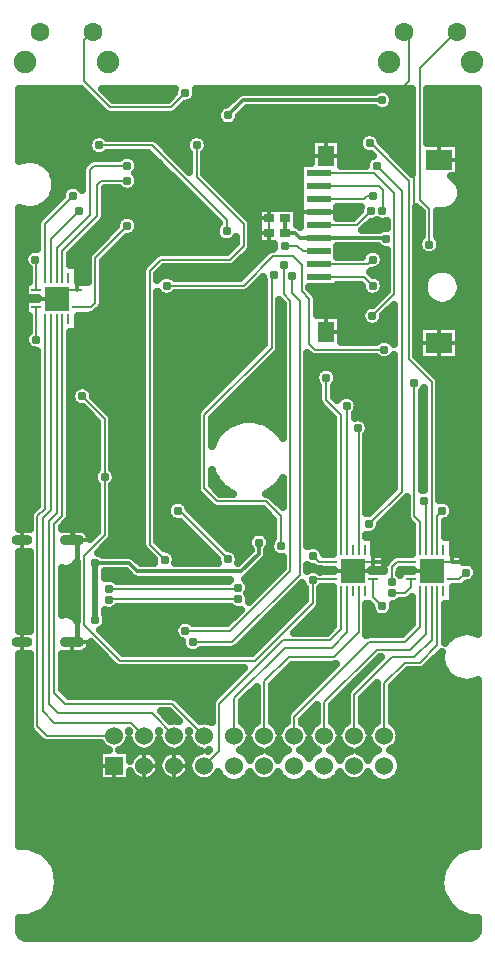
<source format=gbr>
G04 DipTrace 3.3.1.3*
G04 Bottom.gbr*
%MOIN*%
G04 #@! TF.FileFunction,Copper,L2,Bot*
G04 #@! TF.Part,Single*
G04 #@! TA.AperFunction,Conductor*
%ADD14C,0.007874*%
%ADD15C,0.015748*%
%ADD16C,0.011811*%
%ADD17C,0.019685*%
G04 #@! TA.AperFunction,CopperBalancing*
%ADD18C,0.025*%
%ADD19C,0.012992*%
%ADD21R,0.035433X0.027559*%
G04 #@! TA.AperFunction,ComponentPad*
%ADD28R,0.06X0.06*%
%ADD29C,0.06*%
%ADD32O,0.070866X0.035433*%
%ADD33O,0.082677X0.035433*%
%ADD36C,0.062992*%
%ADD37C,0.074803*%
%ADD39R,0.07874X0.023622*%
%ADD40R,0.057087X0.068898*%
%ADD41R,0.088583X0.068898*%
%ADD50R,0.011024X0.033465*%
%ADD51R,0.033465X0.011024*%
%ADD52R,0.080709X0.080709*%
G04 #@! TA.AperFunction,ViaPad*
%ADD62C,0.031*%
%FSLAX26Y26*%
G04*
G70*
G90*
G75*
G01*
G04 Bottom*
%LPD*%
X1431613Y2764665D2*
D16*
X1653987D1*
X1656201Y2762451D1*
X1129231Y3174173D2*
X1180009Y3224951D1*
X1643701D1*
X1477657Y1686566D2*
D14*
X1432087D1*
X1412451Y1706201D1*
X1674951Y1618701D2*
Y1668701D1*
X1692816Y1686566D1*
X1740159D1*
X490159Y2592815D2*
Y2690993D1*
X487451Y2693701D1*
X1431613Y2764665D2*
D16*
X1370209D1*
X1353673Y2781201D1*
X1318701D1*
Y2831201D1*
X1349951Y1106201D2*
D14*
Y1168701D1*
X1599951Y1418701D1*
X1718702D1*
X1768702Y1468701D1*
Y1589125D1*
X1049951Y1006201D2*
X1099951Y1056201D1*
Y1212450D1*
X1312451Y1424950D1*
X1468701D1*
X1506201Y1462450D1*
Y1589125D1*
X1565256D2*
Y1452756D1*
X1481201Y1368701D1*
X1331201D1*
X1249951Y1287451D1*
Y1106201D1*
X518702Y2495374D2*
Y1862451D1*
X493701Y1837450D1*
Y1137451D1*
X524951Y1106201D1*
X749951D1*
X538387Y2495374D2*
Y1857136D1*
X512451Y1831201D1*
Y1187450D1*
X549951Y1149950D1*
X806202D1*
X849951Y1106201D1*
X558072Y2495374D2*
Y1847812D1*
X531201Y1820941D1*
Y1212451D1*
X562451Y1181201D1*
X874951D1*
X949951Y1106201D1*
X577757Y2495374D2*
Y1840256D1*
X549951Y1812450D1*
Y1249951D1*
X587451Y1212451D1*
X943701D1*
X1049951Y1106201D1*
X1449951D2*
Y1218701D1*
X1624951Y1393701D1*
X1737451D1*
X1788387Y1444636D1*
Y1589125D1*
X1649951Y1106201D2*
Y1281201D1*
X1718702Y1349951D1*
X1768702D1*
X1827757Y1409007D1*
Y1589125D1*
X1549951Y1106201D2*
Y1243701D1*
X1674951Y1368701D1*
X1749951D1*
X1808072Y1426822D1*
Y1589125D1*
X1525886D2*
Y1450886D1*
X1474951Y1399951D1*
X1318702D1*
X1149951Y1231201D1*
Y1106201D1*
X1643701Y2856201D2*
X1645348Y2857848D1*
Y2924850D1*
X1632304Y2937894D1*
X1431613D1*
Y2634744D2*
X1583322D1*
X1612451Y2605614D1*
X1024951Y3074951D2*
Y2968701D1*
X1181201Y2812451D1*
Y2737450D1*
X1137451Y2693701D1*
X906201D1*
X868701Y2656201D1*
Y1743702D1*
X918702Y1693701D1*
X1224951Y2968701D2*
X1287451D1*
X1359046Y3040295D1*
X1455196D1*
X1649951Y2462451D2*
X1638996Y2451496D1*
X1455547D1*
X1455196Y3040295D2*
Y3163587D1*
X1485310Y3193701D1*
X1668702D1*
X1699951Y3224950D1*
Y3256201D1*
X1833508Y2480778D2*
Y2481201D1*
X1833432D1*
Y2415185D1*
X1833297Y3026803D2*
X1924951D1*
Y2711077D1*
Y2480778D1*
X1833508D1*
X1431613Y2851280D2*
X1386122D1*
X1268701Y2968701D1*
X1224951D1*
X1124951Y1487450D2*
X968701D1*
X956201Y1474950D1*
Y1412453D1*
X981202Y1387451D1*
X1212451D1*
X1337451Y1512451D1*
X444195Y1417224D2*
Y1036958D1*
X474951Y1006201D1*
X749951D1*
X608761Y1757382D2*
D15*
Y1778641D1*
X624951Y1762451D1*
Y1433414D1*
X608761Y1417224D1*
X444195Y1757382D2*
D14*
Y1417224D1*
X1613484Y1686566D2*
X1655316D1*
X1699951Y1731201D1*
Y1787451D1*
X1613484Y1686566D2*
X1575098D1*
X1545571Y1657038D1*
X1875986Y1686566D2*
X1837600D1*
X1808072Y1657038D1*
X1875986Y1686566D2*
Y2298861D1*
X1833432Y2341415D1*
Y2415185D1*
X625986Y2592815D2*
X587600D1*
X558072Y2563287D1*
X625986Y2592815D2*
Y2713453D1*
X674951Y2762419D1*
X764446Y2851913D1*
X814469D1*
X840432Y2825950D1*
Y2785824D1*
X799951Y2745344D1*
Y2556201D1*
X1099951Y3043701D2*
Y3092324D1*
X1053962Y3138314D1*
X681025D1*
X657421Y3114710D1*
Y3066323D1*
X684566Y3039178D1*
X814386D1*
X840432Y3013133D1*
Y2825950D1*
X557671Y2563492D2*
X558072Y2563287D1*
X661390Y2745782D2*
Y2762419D1*
X674951D1*
X1267520Y2781201D2*
Y2831201D1*
X1224951Y2968701D2*
Y2916552D1*
X1267520Y2873984D1*
Y2831201D1*
X1716303Y3450646D2*
Y3471099D1*
X1731201Y3456201D1*
Y3287451D1*
X1699951Y3256201D1*
Y3224950D2*
Y3037451D1*
X1749918Y2987484D1*
Y2737478D1*
X1776319Y2711077D1*
X1924951D1*
X678633Y3450630D2*
X675631D1*
X649951Y3424951D1*
Y3287451D1*
X735918Y3201484D1*
X938986D1*
X987451Y3249950D1*
X1306201Y1737451D2*
Y1837451D1*
X1256202Y1887450D1*
X1093702D1*
X1049951Y1931201D1*
Y2174949D1*
X1274951Y2399949D1*
Y2643701D1*
X1281202D1*
X924951Y2606201D2*
X1181202D1*
X1280129Y2705127D1*
X1344776D1*
X1374951Y2674951D1*
Y2587450D1*
X1399951Y2562450D1*
Y2412451D1*
X1418702Y2393701D1*
X1649951D1*
X1565256Y1724951D2*
Y2128396D1*
X1562451Y2131201D1*
X1788387Y1724951D2*
Y1880264D1*
X1781201Y1887450D1*
X1431613Y2981201D2*
X1617524D1*
X1684261Y2914463D1*
Y2579862D1*
X1610730Y2506331D1*
X1606202Y2856201D2*
X1557974Y2807972D1*
X1431613D1*
Y2894587D2*
X1582088D1*
X1593702Y2906201D1*
X1612451D1*
X1124951Y2787451D2*
Y2824951D1*
X874951Y3074951D1*
X699951D1*
X1624951Y3006201D2*
X1707865Y2923287D1*
Y1920365D1*
X1599951Y1812451D1*
X1601711Y3081220D2*
X1606182D1*
X1731202Y2956201D1*
Y2362450D1*
X1808072Y2285580D1*
Y1724951D1*
X1318702Y2739297D2*
X1360605D1*
X1378543Y2721358D1*
X1431613D1*
X1875986Y1627510D2*
X1899967D1*
X1922407Y1649950D1*
X1613484Y1627510D2*
Y1567668D1*
X1643701Y1537451D1*
X625986Y2533760D2*
X671261D1*
X687451Y2549950D1*
Y2699951D1*
X793701Y2806201D1*
X1525886Y1724951D2*
Y2205266D1*
X1524951Y2206201D1*
X1827757Y1724951D2*
Y1840256D1*
X1843702Y1856201D1*
X518702Y2631201D2*
Y2812451D1*
X612451Y2906201D1*
X538387Y2631201D2*
Y2763386D1*
X631202Y2856201D1*
X558072Y2631201D2*
Y2733072D1*
X668701Y2843701D1*
Y2993699D1*
X681202Y3006201D1*
X793701D1*
X577757Y2631201D2*
Y2721508D1*
X693701Y2837451D1*
Y2943701D1*
X706201Y2956201D1*
X793701D1*
X1768702Y1724951D2*
Y1818701D1*
X1749951Y1837451D1*
Y2281201D1*
X1506201Y1724951D2*
Y2174953D1*
X1456202Y2224951D1*
Y2299951D1*
X1893469Y3450646D2*
X1888146D1*
X1768701Y3331201D1*
Y2893701D1*
X1799951Y2862451D1*
Y2743701D1*
X1431613Y2678051D2*
X1596802D1*
X1612451Y2693701D1*
X687451Y1681201D2*
D17*
Y1491587D1*
Y1681201D2*
D16*
X799951D1*
X827259Y1653894D1*
X1173513D1*
X1233012Y1713392D1*
Y1749953D1*
X731157Y1559469D2*
D14*
Y1561652D1*
X1161652D1*
X1162451Y1562451D1*
X731157Y1596967D2*
X1159469D1*
X1162451Y1599950D1*
X1314654Y2674043D2*
Y2578999D1*
X1337451Y2556201D1*
Y1656201D1*
X1137451Y1456201D1*
X987451D1*
X1343701Y2637451D2*
Y2581202D1*
X1368701Y2556202D1*
Y1643699D1*
X1143702Y1418701D1*
X1012453D1*
X718411Y1968442D2*
Y1774660D1*
X649951Y1706201D1*
Y1474951D1*
X768702Y1356201D1*
X1218702D1*
X1412451Y1549950D1*
Y1624950D1*
Y1627510D1*
X1477657D1*
X1412451Y1624950D2*
D3*
X1674951Y1581201D2*
X1718702D1*
X1740159Y1602657D1*
Y1627510D1*
X718411Y1968442D2*
Y2162741D1*
X643701Y2237451D1*
X489925Y2426488D2*
Y2533526D1*
X490159Y2533760D1*
X962451Y1856201D2*
X968013D1*
X1129047Y1695167D1*
D62*
X731157Y1559469D3*
Y1596967D3*
X687451Y1681201D3*
Y1491587D3*
X1162451Y1599950D3*
Y1562451D3*
X962451Y1856201D3*
X1129047Y1695167D3*
X987451Y1456201D3*
X1012453Y1418701D3*
X1314654Y2674043D3*
X1343701Y2637451D3*
X1337451Y1512451D3*
X1318702Y2739297D3*
X718411Y1968442D3*
X1643701Y2856201D3*
X1612451Y2605614D3*
X1162451Y3006201D3*
X1099951Y3043701D3*
Y2968701D3*
X1224951Y3043701D3*
Y2968701D3*
X1612451Y2693701D3*
X1624951Y3006201D3*
X1612451Y2906201D3*
X1656201Y2762451D3*
X1610730Y2506331D3*
X1843702Y1856201D3*
X699951Y3074951D3*
X1124951Y2787451D3*
X987451Y3249950D3*
X1799951Y2743701D3*
X1781201Y1887450D3*
X1281202Y2643701D3*
X799951Y2556201D3*
X1699951Y1787451D3*
X1749951Y2281201D3*
X1562451Y2131201D3*
X1524951Y2206201D3*
X1456202Y2299951D3*
X631202Y2856201D3*
X1124951Y1487450D3*
X612451Y2906201D3*
X793701Y2956201D3*
Y3006201D3*
X924951Y2606201D3*
X1649951Y2393701D3*
X793701Y2806201D3*
X557671Y2563492D3*
X1599951Y1812451D3*
X1412451Y1624950D3*
Y1706201D3*
X1674951Y1618701D3*
Y1581201D3*
X1922407Y1649950D3*
X1643701Y1537451D3*
X487451Y2693701D3*
X643701Y2237451D3*
X489925Y2426488D3*
X661390Y2745782D3*
X1643701Y3224951D3*
X1129231Y3174173D3*
X1024951Y3074951D3*
X918702Y1693701D3*
X1699951Y3256201D3*
X1649951Y2462451D3*
X1833508Y2480778D3*
X1306201Y1737451D3*
X1606202Y2856201D3*
X1601711Y3081220D3*
X1233012Y1749953D3*
X433720Y3237581D2*
D18*
X661537D1*
X738126D2*
X936804D1*
X1024697D2*
X1151571D1*
X1680839D2*
X1740897D1*
X1796530D2*
X1959934D1*
X433720Y3212713D2*
X686404D1*
X988525D2*
X1126703D1*
X1680983D2*
X1740897D1*
X1796530D2*
X1959934D1*
X433720Y3187844D2*
X711272D1*
X963658D2*
X1092470D1*
X1183987D2*
X1740897D1*
X1796530D2*
X1959934D1*
X433720Y3162975D2*
X1091609D1*
X1166870D2*
X1740897D1*
X1796530D2*
X1959934D1*
X433720Y3138106D2*
X1119060D1*
X1139425D2*
X1740897D1*
X1796530D2*
X1959934D1*
X433720Y3113238D2*
X1580925D1*
X1622491D2*
X1740897D1*
X1796530D2*
X1959934D1*
X433720Y3088369D2*
X663116D1*
X899820D2*
X988119D1*
X1061801D2*
X1402796D1*
X1507626D2*
X1563019D1*
X1640398D2*
X1740897D1*
X1796530D2*
X1959934D1*
X433720Y3063500D2*
X662398D1*
X924687D2*
X987401D1*
X1062519D2*
X1402796D1*
X1507626D2*
X1566859D1*
X1662215D2*
X1740897D1*
X1901455D2*
X1959934D1*
X433720Y3038631D2*
X691069D1*
X708802D2*
X773639D1*
X813734D2*
X872966D1*
X949555D2*
X997126D1*
X1052758D2*
X1402796D1*
X1507626D2*
X1604896D1*
X1687083D2*
X1740897D1*
X1901455D2*
X1959934D1*
X520309Y3013762D2*
X650484D1*
X832286D2*
X897834D1*
X974423D2*
X997126D1*
X1052758D2*
X1368383D1*
X1507626D2*
X1586344D1*
X1711951D2*
X1740897D1*
X1901455D2*
X1959934D1*
X543849Y2988894D2*
X640903D1*
X828769D2*
X922702D1*
X1052758D2*
X1368383D1*
X1901455D2*
X1959934D1*
X554291Y2964025D2*
X640903D1*
X832250D2*
X947569D1*
X1067937D2*
X1368383D1*
X1885199D2*
X1959934D1*
X556623Y2939156D2*
X593393D1*
X631478D2*
X640903D1*
X828913D2*
X972437D1*
X1092805D2*
X1368383D1*
X1903608D2*
X1959934D1*
X551528Y2914287D2*
X573979D1*
X721511D2*
X997305D1*
X1117673D2*
X1368383D1*
X1908094D2*
X1959934D1*
X537318Y2889419D2*
X557365D1*
X721511D2*
X1022173D1*
X1142540D2*
X1368383D1*
X1902137D2*
X1959934D1*
X503658Y2864550D2*
X532497D1*
X721511D2*
X1047040D1*
X1167408D2*
X1225923D1*
X1360286D2*
X1368383D1*
X1494851D2*
X1567792D1*
X1880642D2*
X1959934D1*
X433720Y2839681D2*
X507629D1*
X721511D2*
X775756D1*
X811652D2*
X1071944D1*
X1192276D2*
X1225923D1*
X1360286D2*
X1368383D1*
X1494851D2*
X1551393D1*
X1759031D2*
X1772152D1*
X1827749D2*
X1959934D1*
X433720Y2814812D2*
X491015D1*
X709346D2*
X755338D1*
X832070D2*
X1096812D1*
X1208890D2*
X1225923D1*
X1360286D2*
X1368383D1*
X1603114D2*
X1656462D1*
X1759031D2*
X1772152D1*
X1827749D2*
X1959934D1*
X433720Y2789944D2*
X490907D1*
X684479D2*
X739154D1*
X829307D2*
X1085652D1*
X1208998D2*
X1225923D1*
X1759031D2*
X1772152D1*
X1827749D2*
X1959934D1*
X433720Y2765075D2*
X490907D1*
X659611D2*
X714286D1*
X790875D2*
X1093152D1*
X1208998D2*
X1225923D1*
X1759031D2*
X1767397D1*
X1832486D2*
X1959934D1*
X433720Y2740206D2*
X490907D1*
X634743D2*
X689419D1*
X766008D2*
X1145650D1*
X1208998D2*
X1279355D1*
X1839160D2*
X1959934D1*
X433720Y2715337D2*
X455095D1*
X609876D2*
X664838D1*
X741140D2*
X890550D1*
X1197371D2*
X1252047D1*
X1494851D2*
X1580100D1*
X1644811D2*
X1656462D1*
X1759031D2*
X1773875D1*
X1826026D2*
X1959934D1*
X433720Y2690469D2*
X448205D1*
X605569D2*
X659635D1*
X716272D2*
X864677D1*
X1172504D2*
X1227179D1*
X1759031D2*
X1959934D1*
X433720Y2665600D2*
X461088D1*
X631944D2*
X659635D1*
X715267D2*
X842716D1*
X916398D2*
X1202311D1*
X1638819D2*
X1656462D1*
X1759031D2*
X1959934D1*
X433720Y2640731D2*
X462344D1*
X631944D2*
X659635D1*
X715267D2*
X840886D1*
X896518D2*
X909532D1*
X940405D2*
X1177444D1*
X1626187D2*
X1656462D1*
X1759031D2*
X1793467D1*
X1894099D2*
X1959934D1*
X433720Y2615862D2*
X449569D1*
X715267D2*
X840886D1*
X1229165D2*
X1247131D1*
X1759031D2*
X1781123D1*
X1906443D2*
X1959934D1*
X433720Y2590993D2*
X449569D1*
X715267D2*
X840886D1*
X1204297D2*
X1247131D1*
X1409698D2*
X1576117D1*
X1648794D2*
X1656479D1*
X1759031D2*
X1780334D1*
X1907232D2*
X1959934D1*
X433720Y2566125D2*
X449569D1*
X715267D2*
X840886D1*
X896518D2*
X1247131D1*
X1427497D2*
X1632240D1*
X1759031D2*
X1790561D1*
X1897005D2*
X1959934D1*
X433720Y2541256D2*
X449569D1*
X713724D2*
X840886D1*
X896518D2*
X1247131D1*
X1427748D2*
X1596391D1*
X1759031D2*
X1827378D1*
X1860188D2*
X1959934D1*
X433720Y2516387D2*
X449569D1*
X692194D2*
X840886D1*
X896518D2*
X1247131D1*
X1427748D2*
X1572744D1*
X1659093D2*
X1680038D1*
X1759031D2*
X1959934D1*
X433720Y2491518D2*
X462128D1*
X631944D2*
X840886D1*
X896518D2*
X1247131D1*
X1507949D2*
X1574466D1*
X1647000D2*
X1680038D1*
X1759031D2*
X1959934D1*
X433720Y2466650D2*
X462128D1*
X631944D2*
X840886D1*
X896518D2*
X1247131D1*
X1507949D2*
X1680038D1*
X1901599D2*
X1959934D1*
X433720Y2441781D2*
X453875D1*
X605569D2*
X840886D1*
X896518D2*
X1247131D1*
X1507949D2*
X1680038D1*
X1901599D2*
X1959934D1*
X433720Y2416912D2*
X451829D1*
X605569D2*
X840886D1*
X896518D2*
X1247131D1*
X1901599D2*
X1959934D1*
X433720Y2392043D2*
X474257D1*
X605569D2*
X840886D1*
X896518D2*
X1228758D1*
X1301507D2*
X1309629D1*
X1901599D2*
X1959934D1*
X433720Y2367175D2*
X490907D1*
X605569D2*
X840886D1*
X896518D2*
X1203890D1*
X1280479D2*
X1309641D1*
X1396529D2*
X1621833D1*
X1901599D2*
X1959934D1*
X433720Y2342306D2*
X490907D1*
X605569D2*
X840886D1*
X896518D2*
X1179022D1*
X1255611D2*
X1309641D1*
X1396529D2*
X1680038D1*
X1789640D2*
X1959934D1*
X433720Y2317437D2*
X490907D1*
X605569D2*
X840886D1*
X896518D2*
X1154155D1*
X1230744D2*
X1309641D1*
X1396529D2*
X1421241D1*
X1491155D2*
X1680038D1*
X1814508D2*
X1959934D1*
X433720Y2292568D2*
X490907D1*
X605569D2*
X840886D1*
X896518D2*
X1129287D1*
X1205876D2*
X1309641D1*
X1396529D2*
X1417581D1*
X1494815D2*
X1680038D1*
X1834890D2*
X1959934D1*
X433720Y2267699D2*
X490907D1*
X605569D2*
X620126D1*
X667290D2*
X840886D1*
X896518D2*
X1104419D1*
X1181008D2*
X1309641D1*
X1396529D2*
X1428382D1*
X1484014D2*
X1680038D1*
X1835895D2*
X1959934D1*
X433720Y2242831D2*
X490907D1*
X682685D2*
X840886D1*
X896518D2*
X1079552D1*
X1156140D2*
X1309641D1*
X1396529D2*
X1428382D1*
X1484014D2*
X1518200D1*
X1531667D2*
X1680038D1*
X1835895D2*
X1959934D1*
X433720Y2217962D2*
X490907D1*
X701488D2*
X840886D1*
X896518D2*
X1054684D1*
X1131273D2*
X1309641D1*
X1396529D2*
X1429386D1*
X1562385D2*
X1680038D1*
X1835895D2*
X1959934D1*
X433720Y2193093D2*
X490907D1*
X605569D2*
X649767D1*
X726356D2*
X840886D1*
X896518D2*
X1029816D1*
X1106405D2*
X1309641D1*
X1396529D2*
X1449769D1*
X1561919D2*
X1680038D1*
X1835895D2*
X1959934D1*
X433720Y2168224D2*
X490907D1*
X605569D2*
X674634D1*
X745625D2*
X840886D1*
X896518D2*
X1022137D1*
X1081537D2*
X1309641D1*
X1396529D2*
X1474636D1*
X1553701D2*
X1680038D1*
X1835895D2*
X1959934D1*
X433720Y2143356D2*
X490907D1*
X605569D2*
X690603D1*
X746235D2*
X840886D1*
X896518D2*
X1022137D1*
X1077769D2*
X1130256D1*
X1269642D2*
X1309641D1*
X1396529D2*
X1478404D1*
X1599777D2*
X1680038D1*
X1835895D2*
X1959934D1*
X433720Y2118487D2*
X490907D1*
X605569D2*
X690603D1*
X746235D2*
X840886D1*
X896518D2*
X1022137D1*
X1077769D2*
X1100113D1*
X1299785D2*
X1309635D1*
X1396529D2*
X1478404D1*
X1599561D2*
X1680038D1*
X1835895D2*
X1959934D1*
X433720Y2093618D2*
X490907D1*
X605569D2*
X690603D1*
X746235D2*
X840886D1*
X896518D2*
X1022137D1*
X1396529D2*
X1478404D1*
X1593066D2*
X1680038D1*
X1835895D2*
X1959934D1*
X433720Y2068749D2*
X490907D1*
X605569D2*
X690603D1*
X746235D2*
X840886D1*
X896518D2*
X1022137D1*
X1396529D2*
X1478404D1*
X1593066D2*
X1680038D1*
X1835895D2*
X1959934D1*
X433720Y2043881D2*
X490907D1*
X605569D2*
X690603D1*
X746235D2*
X840886D1*
X896518D2*
X1022137D1*
X1396529D2*
X1478404D1*
X1593066D2*
X1680038D1*
X1835895D2*
X1959934D1*
X433720Y2019012D2*
X490907D1*
X605569D2*
X690603D1*
X746235D2*
X840886D1*
X896518D2*
X1022137D1*
X1396529D2*
X1478404D1*
X1593066D2*
X1680038D1*
X1835895D2*
X1959934D1*
X433720Y1994143D2*
X490907D1*
X605569D2*
X689455D1*
X747348D2*
X840886D1*
X896518D2*
X1022137D1*
X1396529D2*
X1478404D1*
X1593066D2*
X1680038D1*
X1835895D2*
X1959934D1*
X433720Y1969274D2*
X490907D1*
X605569D2*
X679048D1*
X757790D2*
X840886D1*
X896518D2*
X1022137D1*
X1396529D2*
X1478404D1*
X1593066D2*
X1680038D1*
X1835895D2*
X1959934D1*
X433720Y1944406D2*
X490907D1*
X605569D2*
X687947D1*
X748891D2*
X840886D1*
X896518D2*
X1022137D1*
X1077769D2*
X1099683D1*
X1300215D2*
X1309661D1*
X1396529D2*
X1478404D1*
X1593066D2*
X1680038D1*
X1835895D2*
X1959934D1*
X433720Y1919537D2*
X490907D1*
X605569D2*
X690603D1*
X746235D2*
X840886D1*
X896518D2*
X1024972D1*
X1099910D2*
X1129431D1*
X1270467D2*
X1309641D1*
X1396529D2*
X1478404D1*
X1593066D2*
X1668734D1*
X1835895D2*
X1959934D1*
X433720Y1894668D2*
X490907D1*
X605569D2*
X690603D1*
X746235D2*
X840886D1*
X896518D2*
X1048189D1*
X1287297D2*
X1309641D1*
X1396529D2*
X1478404D1*
X1593066D2*
X1643866D1*
X1835895D2*
X1959934D1*
X433720Y1869799D2*
X487750D1*
X605569D2*
X690603D1*
X746235D2*
X840886D1*
X896518D2*
X925680D1*
X999219D2*
X1073056D1*
X1396529D2*
X1478404D1*
X1593066D2*
X1618999D1*
X1695587D2*
X1722130D1*
X1880463D2*
X1959934D1*
X433720Y1844930D2*
X467008D1*
X605569D2*
X690603D1*
X746235D2*
X840886D1*
X896518D2*
X924855D1*
X1017592D2*
X1260444D1*
X1396529D2*
X1478404D1*
X1670720D2*
X1722130D1*
X1881324D2*
X1959934D1*
X433720Y1820062D2*
X465896D1*
X595845D2*
X690603D1*
X746235D2*
X840886D1*
X896518D2*
X952629D1*
X1042459D2*
X1278386D1*
X1396529D2*
X1478404D1*
X1645852D2*
X1729055D1*
X1855559D2*
X1959934D1*
X644791Y1795193D2*
X690603D1*
X746235D2*
X840886D1*
X896518D2*
X990738D1*
X1067327D2*
X1278386D1*
X1396529D2*
X1478404D1*
X1635051D2*
X1740897D1*
X1855559D2*
X1959934D1*
X745841Y1770324D2*
X840886D1*
X896518D2*
X1015606D1*
X1092195D2*
X1199764D1*
X1266233D2*
X1278386D1*
X1396529D2*
X1478404D1*
X1593066D2*
X1740897D1*
X1855559D2*
X1959934D1*
X727504Y1745455D2*
X840886D1*
X905238D2*
X1040474D1*
X1117063D2*
X1193914D1*
X1396529D2*
X1476825D1*
X1619441D2*
X1739318D1*
X1881934D2*
X1959934D1*
X702636Y1720587D2*
X853517D1*
X946433D2*
X1065341D1*
X1158258D2*
X1199118D1*
X1262788D2*
X1270930D1*
X1448920D2*
X1476825D1*
X1619441D2*
X1739318D1*
X1881934D2*
X1959934D1*
X433720Y1695718D2*
X465896D1*
X826508D2*
X878385D1*
X958024D2*
X1089671D1*
X1256293D2*
X1309641D1*
X1654105D2*
X1663674D1*
X1916598D2*
X1959934D1*
X433720Y1670849D2*
X465896D1*
X1231533D2*
X1309641D1*
X433720Y1645980D2*
X465896D1*
X577759D2*
X622136D1*
X721152D2*
X794093D1*
X1206665D2*
X1288936D1*
X433720Y1621112D2*
X465896D1*
X577759D2*
X622136D1*
X1195147D2*
X1264068D1*
X1947889D2*
X1959934D1*
X433720Y1596243D2*
X465896D1*
X577759D2*
X622136D1*
X1201642D2*
X1239200D1*
X1359532D2*
X1384639D1*
X1440271D2*
X1476825D1*
X1881934D2*
X1959934D1*
X433720Y1571374D2*
X465896D1*
X577759D2*
X622136D1*
X1200745D2*
X1214333D1*
X1334664D2*
X1384639D1*
X1440271D2*
X1476825D1*
X1881934D2*
X1959934D1*
X433720Y1546505D2*
X465896D1*
X577759D2*
X622136D1*
X1309797D2*
X1370716D1*
X1440020D2*
X1478404D1*
X1689954D2*
X1740897D1*
X1881934D2*
X1959934D1*
X433720Y1521636D2*
X465896D1*
X577759D2*
X622136D1*
X721152D2*
X1164597D1*
X1284929D2*
X1345848D1*
X1422437D2*
X1478404D1*
X1593066D2*
X1607874D1*
X1679511D2*
X1740897D1*
X1855559D2*
X1959934D1*
X433720Y1496768D2*
X465896D1*
X726463D2*
X1139729D1*
X1260061D2*
X1320980D1*
X1397569D2*
X1478404D1*
X1593066D2*
X1740897D1*
X1855559D2*
X1959934D1*
X433720Y1471899D2*
X465896D1*
X721116D2*
X951589D1*
X1235193D2*
X1296113D1*
X1372702D2*
X1477364D1*
X1593066D2*
X1733613D1*
X1855559D2*
X1959934D1*
X716164Y1447030D2*
X949220D1*
X1210326D2*
X1271245D1*
X1592420D2*
X1708745D1*
X1855559D2*
X1888022D1*
X741032Y1422161D2*
X970787D1*
X1185458D2*
X1246377D1*
X668510Y1397293D2*
X689311D1*
X765900D2*
X979937D1*
X1159693D2*
X1221509D1*
X433720Y1372424D2*
X465896D1*
X577759D2*
X714179D1*
X433720Y1347555D2*
X465896D1*
X577759D2*
X739046D1*
X1804604D2*
X1839543D1*
X433720Y1322686D2*
X465896D1*
X577759D2*
X1171882D1*
X1323468D2*
X1465629D1*
X1729749D2*
X1850308D1*
X433720Y1297818D2*
X465896D1*
X577759D2*
X1147014D1*
X1298601D2*
X1440762D1*
X1704846D2*
X1874530D1*
X433720Y1272949D2*
X465896D1*
X577759D2*
X1122146D1*
X1277752D2*
X1415894D1*
X1679978D2*
X1959934D1*
X433720Y1248080D2*
X465896D1*
X590103D2*
X1097278D1*
X1205122D2*
X1222155D1*
X1277752D2*
X1391026D1*
X1592636D2*
X1622156D1*
X1677753D2*
X1959934D1*
X433720Y1223211D2*
X465896D1*
X971229D2*
X1074528D1*
X1180255D2*
X1222155D1*
X1277752D2*
X1366159D1*
X1492770D2*
X1522147D1*
X1577780D2*
X1622156D1*
X1677753D2*
X1959934D1*
X433720Y1198343D2*
X465896D1*
X996097D2*
X1072124D1*
X1177779D2*
X1222155D1*
X1277752D2*
X1341291D1*
X1477770D2*
X1522147D1*
X1577780D2*
X1622156D1*
X1677753D2*
X1959934D1*
X433720Y1173474D2*
X465896D1*
X920991D2*
X944376D1*
X1020965D2*
X1072124D1*
X1177779D2*
X1222155D1*
X1277752D2*
X1322595D1*
X1393012D2*
X1422138D1*
X1477770D2*
X1522147D1*
X1577780D2*
X1622156D1*
X1677753D2*
X1959934D1*
X433720Y1148605D2*
X465896D1*
X1181439D2*
X1218459D1*
X1281448D2*
X1318433D1*
X1381457D2*
X1418442D1*
X1481467D2*
X1518451D1*
X1581440D2*
X1618460D1*
X1681449D2*
X1959934D1*
X433720Y1123736D2*
X469915D1*
X1700755D2*
X1959934D1*
X433720Y1098867D2*
X493993D1*
X1703303D2*
X1959934D1*
X433720Y1073999D2*
X707433D1*
X792490D2*
X807406D1*
X892463D2*
X907415D1*
X992473D2*
X1007424D1*
X1192491D2*
X1207407D1*
X1292465D2*
X1307416D1*
X1392474D2*
X1407425D1*
X1492483D2*
X1507435D1*
X1592492D2*
X1607408D1*
X1692466D2*
X1959934D1*
X433720Y1049130D2*
X696093D1*
X803830D2*
X819248D1*
X880658D2*
X919221D1*
X980667D2*
X1019230D1*
X1189190D2*
X1219249D1*
X1280659D2*
X1310717D1*
X1389172D2*
X1410727D1*
X1489182D2*
X1519240D1*
X1580686D2*
X1610745D1*
X1689164D2*
X1959934D1*
X433720Y1024261D2*
X696093D1*
X1705994D2*
X1959934D1*
X433720Y999392D2*
X696093D1*
X1708542D2*
X1959934D1*
X433720Y974524D2*
X696093D1*
X892894D2*
X907020D1*
X992903D2*
X1006994D1*
X1092913D2*
X1100687D1*
X1199237D2*
X1207001D1*
X1292895D2*
X1300693D1*
X1499229D2*
X1507004D1*
X1592887D2*
X1600681D1*
X1699212D2*
X1959934D1*
X433720Y949655D2*
X1959934D1*
X433720Y924786D2*
X1959934D1*
X433720Y899917D2*
X1959934D1*
X433720Y875049D2*
X1959934D1*
X433720Y850180D2*
X1959934D1*
X433720Y825311D2*
X1959934D1*
X433720Y800442D2*
X1959934D1*
X433720Y775573D2*
X1959934D1*
X433720Y750705D2*
X1959934D1*
X502654Y725836D2*
X1897244D1*
X531612Y700967D2*
X1868286D1*
X551600Y676098D2*
X1851062D1*
X560427Y651230D2*
X1840189D1*
X563980Y626361D2*
X1836062D1*
X562257Y601492D2*
X1837641D1*
X558023Y576623D2*
X1841875D1*
X543095Y551755D2*
X1856803D1*
X522067Y526886D2*
X1877831D1*
X478791Y502017D2*
X1921143D1*
X433720Y477148D2*
X1959934D1*
X434689Y452280D2*
X1958965D1*
X1288797Y2866354D2*
X1357791D1*
X1357941Y2808145D1*
X1362103Y2807145D1*
X1366058Y2805507D1*
X1369714Y2803265D1*
X1370869Y2811533D1*
Y3014386D1*
X1405282D1*
X1405279Y3096118D1*
X1505113D1*
Y3006515D1*
X1588104Y3006512D1*
X1588531Y3011969D1*
X1589882Y3017595D1*
X1592096Y3022941D1*
X1595120Y3027875D1*
X1598878Y3032275D1*
X1603277Y3036032D1*
X1608211Y3039056D1*
X1611212Y3040405D1*
X1606911Y3044696D1*
X1601711Y3044346D1*
X1595943Y3044800D1*
X1590317Y3046151D1*
X1584971Y3048365D1*
X1580037Y3051389D1*
X1575637Y3055147D1*
X1571880Y3059546D1*
X1568856Y3064480D1*
X1566642Y3069826D1*
X1565291Y3075452D1*
X1564837Y3081220D1*
X1565291Y3086989D1*
X1566642Y3092615D1*
X1568856Y3097961D1*
X1571880Y3102894D1*
X1575637Y3107294D1*
X1580037Y3111052D1*
X1584971Y3114075D1*
X1590317Y3116290D1*
X1595943Y3117641D1*
X1601711Y3118094D1*
X1607480Y3117641D1*
X1613106Y3116290D1*
X1618452Y3114075D1*
X1623385Y3111052D1*
X1627785Y3107294D1*
X1631543Y3102894D1*
X1634566Y3097961D1*
X1636781Y3092615D1*
X1638131Y3086989D1*
X1638391Y3084799D1*
X1743414Y2979784D1*
X1743390Y3262483D1*
X1022119Y3262450D1*
X1023307Y3258558D1*
X1024212Y3252843D1*
Y3247057D1*
X1023307Y3241342D1*
X1021519Y3235839D1*
X1018892Y3230684D1*
X1015491Y3226002D1*
X1011399Y3221911D1*
X1006718Y3218510D1*
X1001563Y3215883D1*
X996060Y3214095D1*
X990345Y3213190D1*
X986423Y3213117D1*
X955424Y3182238D1*
X952211Y3179903D1*
X948672Y3178100D1*
X944894Y3176872D1*
X940971Y3176251D1*
X819563Y3176173D1*
X733932Y3176251D1*
X730009Y3176872D1*
X726232Y3178100D1*
X722693Y3179903D1*
X719480Y3182238D1*
X639133Y3262474D1*
X431178Y3262450D1*
X431202Y3020567D1*
X442267Y3025061D1*
X448731Y3026884D1*
X455320Y3028195D1*
X461990Y3028984D1*
X468702Y3029248D1*
X475414Y3028984D1*
X482085Y3028195D1*
X488673Y3026884D1*
X495138Y3025061D1*
X501440Y3022736D1*
X507540Y3019924D1*
X513400Y3016642D1*
X518986Y3012910D1*
X524261Y3008751D1*
X529193Y3004192D1*
X533753Y2999259D1*
X537911Y2993984D1*
X541643Y2988399D1*
X544925Y2982538D1*
X547737Y2976438D1*
X550062Y2970136D1*
X551886Y2963671D1*
X553196Y2957083D1*
X553986Y2950413D1*
X554249Y2943701D1*
X553986Y2936989D1*
X553196Y2930318D1*
X551886Y2923730D1*
X550062Y2917265D1*
X547737Y2910963D1*
X544925Y2904863D1*
X541643Y2899002D1*
X537911Y2893417D1*
X533753Y2888142D1*
X529193Y2883210D1*
X524261Y2878650D1*
X518986Y2874492D1*
X513400Y2870760D1*
X507540Y2867478D1*
X501440Y2864665D1*
X495138Y2862341D1*
X488673Y2860517D1*
X482085Y2859207D1*
X475414Y2858417D1*
X468702Y2858154D1*
X461990Y2858417D1*
X455320Y2859207D1*
X448731Y2860517D1*
X442267Y2862341D1*
X435965Y2864665D1*
X431223Y2866851D1*
X431202Y1796486D1*
X465099Y1796342D1*
X468394Y1795924D1*
X468468Y1839436D1*
X469089Y1843359D1*
X470316Y1847136D1*
X472119Y1850675D1*
X474454Y1853888D1*
X493387Y1872932D1*
X493391Y2389770D1*
X487032Y2389728D1*
X481317Y2390633D1*
X475814Y2392421D1*
X470659Y2395048D1*
X465977Y2398449D1*
X461886Y2402540D1*
X458485Y2407222D1*
X455858Y2412377D1*
X454070Y2417880D1*
X453165Y2423595D1*
Y2429381D1*
X454070Y2435096D1*
X455858Y2440599D1*
X458485Y2445755D1*
X461886Y2450436D1*
X464607Y2453261D1*
X464614Y2506905D1*
X452053Y2506874D1*
Y2560645D1*
X496370D1*
X496344Y2565928D1*
X452053Y2565929D1*
Y2619701D1*
X464863D1*
X464848Y2664547D1*
X461378Y2667627D1*
X457620Y2672027D1*
X454596Y2676960D1*
X452382Y2682306D1*
X451031Y2687932D1*
X450577Y2693701D1*
X451031Y2699469D1*
X452382Y2705095D1*
X454596Y2710441D1*
X457620Y2715375D1*
X461378Y2719775D1*
X465777Y2723532D1*
X470711Y2726556D1*
X476057Y2728770D1*
X481683Y2730121D1*
X487451Y2730575D1*
X493386Y2730088D1*
X493469Y2814437D1*
X494090Y2818360D1*
X495318Y2822138D1*
X497121Y2825676D1*
X499455Y2828890D1*
X575581Y2905126D1*
X576031Y2911969D1*
X577382Y2917595D1*
X579596Y2922941D1*
X582620Y2927875D1*
X586378Y2932275D1*
X590777Y2936032D1*
X595711Y2939056D1*
X601057Y2941270D1*
X606683Y2942621D1*
X612451Y2943075D1*
X618220Y2942621D1*
X623846Y2941270D1*
X629192Y2939056D1*
X634125Y2936032D1*
X638525Y2932275D1*
X642283Y2927875D1*
X643390Y2926378D1*
X643468Y2995685D1*
X644089Y2999608D1*
X645316Y3003386D1*
X647120Y3006925D1*
X649454Y3010138D1*
X664764Y3025448D1*
X667977Y3027782D1*
X671516Y3029585D1*
X675293Y3030813D1*
X679216Y3031434D1*
X766858Y3031512D1*
X772027Y3036032D1*
X776960Y3039056D1*
X782306Y3041270D1*
X787932Y3042621D1*
X793701Y3043075D1*
X799469Y3042621D1*
X805095Y3041270D1*
X810441Y3039056D1*
X815375Y3036032D1*
X819775Y3032275D1*
X823532Y3027875D1*
X826556Y3022941D1*
X828770Y3017595D1*
X830121Y3011969D1*
X830575Y3006201D1*
X830121Y3000432D1*
X828770Y2994806D1*
X826556Y2989460D1*
X823532Y2984527D1*
X820780Y2981215D1*
X823532Y2977875D1*
X826556Y2972941D1*
X828770Y2967595D1*
X830121Y2961969D1*
X830575Y2956201D1*
X830121Y2950432D1*
X828770Y2944806D1*
X826556Y2939460D1*
X823532Y2934527D1*
X819775Y2930127D1*
X815375Y2926369D1*
X810441Y2923346D1*
X805095Y2921132D1*
X799469Y2919781D1*
X793701Y2919327D1*
X787932Y2919781D1*
X782306Y2921132D1*
X776960Y2923346D1*
X772027Y2926369D1*
X766928Y2930883D1*
X719026Y2930890D1*
X718934Y2835466D1*
X718313Y2831543D1*
X717085Y2827765D1*
X715282Y2824226D1*
X712948Y2821013D1*
X627154Y2735109D1*
X603074Y2711029D1*
X603068Y2674392D1*
X629446Y2674425D1*
Y2619702D1*
X662138Y2619701D1*
X662218Y2701937D1*
X662840Y2705860D1*
X664067Y2709638D1*
X665870Y2713176D1*
X668205Y2716390D1*
X756866Y2805161D1*
X757281Y2811969D1*
X758632Y2817595D1*
X760846Y2822941D1*
X763869Y2827875D1*
X767627Y2832275D1*
X772027Y2836032D1*
X776960Y2839056D1*
X782306Y2841270D1*
X787932Y2842621D1*
X793701Y2843075D1*
X799469Y2842621D1*
X805095Y2841270D1*
X810441Y2839056D1*
X815375Y2836032D1*
X819775Y2832275D1*
X823532Y2827875D1*
X826556Y2822941D1*
X828770Y2817595D1*
X830121Y2811969D1*
X830575Y2806201D1*
X830121Y2800432D1*
X828770Y2794806D1*
X826556Y2789460D1*
X823532Y2784527D1*
X819775Y2780127D1*
X815375Y2776369D1*
X810441Y2773346D1*
X805095Y2771132D1*
X799469Y2769781D1*
X792672Y2769367D1*
X712767Y2689472D1*
X712685Y2547964D1*
X712063Y2544041D1*
X710836Y2540264D1*
X709033Y2536725D1*
X706698Y2533512D1*
X687699Y2514513D1*
X684486Y2512179D1*
X680947Y2510375D1*
X677170Y2509148D1*
X673247Y2508527D1*
X671253Y2508449D1*
X664092Y2506874D1*
X629464D1*
X629446Y2452149D1*
X603071D1*
X602990Y1838270D1*
X602369Y1834347D1*
X601142Y1830570D1*
X599338Y1827031D1*
X597004Y1823818D1*
X575280Y1801983D1*
X575569Y1795282D1*
X580990Y1796251D1*
X590651Y1796472D1*
X635572Y1796342D1*
X641015Y1795507D1*
X646288Y1793916D1*
X651284Y1791599D1*
X655905Y1788603D1*
X660059Y1784988D1*
X663664Y1780825D1*
X666649Y1776196D1*
X668953Y1771194D1*
X670531Y1765918D1*
X671045Y1763087D1*
X693078Y1785123D1*
X693100Y1941629D1*
X688579Y1946768D1*
X685556Y1951702D1*
X683341Y1957048D1*
X681991Y1962674D1*
X681537Y1968442D1*
X681991Y1974211D1*
X683341Y1979837D1*
X685556Y1985183D1*
X688579Y1990116D1*
X693093Y1995215D1*
X693100Y2152277D1*
X644767Y2200590D1*
X637932Y2201031D1*
X632306Y2202382D1*
X626960Y2204596D1*
X622027Y2207620D1*
X617627Y2211378D1*
X613869Y2215777D1*
X610846Y2220711D1*
X608632Y2226057D1*
X607281Y2231683D1*
X606827Y2237451D1*
X607281Y2243220D1*
X608632Y2248846D1*
X610846Y2254192D1*
X613869Y2259125D1*
X617627Y2263525D1*
X622027Y2267283D1*
X626960Y2270306D1*
X632306Y2272521D1*
X637932Y2273871D1*
X643701Y2274325D1*
X649469Y2273871D1*
X655095Y2272521D1*
X660441Y2270306D1*
X665375Y2267283D1*
X669775Y2263525D1*
X673532Y2259125D1*
X676556Y2254192D1*
X678770Y2248846D1*
X680121Y2243220D1*
X680534Y2236423D1*
X737657Y2179180D1*
X739992Y2175966D1*
X741795Y2172428D1*
X743022Y2168650D1*
X743644Y2164727D1*
X743722Y2043319D1*
Y1995270D1*
X748242Y1990116D1*
X751266Y1985183D1*
X753480Y1979837D1*
X754831Y1974211D1*
X755285Y1968442D1*
X754831Y1962674D1*
X753480Y1957048D1*
X751266Y1951702D1*
X748242Y1946768D1*
X743729Y1941670D1*
X743644Y1772674D1*
X743023Y1768751D1*
X741795Y1764974D1*
X739992Y1761435D1*
X737657Y1758222D1*
X696497Y1716951D1*
X701563Y1715268D1*
X706718Y1712641D1*
X712221Y1708480D1*
X802092Y1708396D1*
X806320Y1707727D1*
X810391Y1706404D1*
X814205Y1704460D1*
X817668Y1701944D1*
X838551Y1681181D1*
X883991Y1681173D1*
X882282Y1687932D1*
X881868Y1694729D1*
X849454Y1727264D1*
X847120Y1730477D1*
X845316Y1734016D1*
X844089Y1737793D1*
X843468Y1741716D1*
X843390Y1863125D1*
X843468Y2658187D1*
X844089Y2662110D1*
X845316Y2665887D1*
X847120Y2669426D1*
X849454Y2672639D1*
X888303Y2711598D1*
X891323Y2714178D1*
X894710Y2716253D1*
X898379Y2717773D1*
X902241Y2718700D1*
X906209Y2719012D1*
X1126996D1*
X1155915Y2747959D1*
X1155890Y2767413D1*
X1152991Y2763504D1*
X1148899Y2759412D1*
X1144218Y2756011D1*
X1139063Y2753384D1*
X1133560Y2751596D1*
X1127845Y2750691D1*
X1122058D1*
X1116343Y2751596D1*
X1110840Y2753384D1*
X1105685Y2756011D1*
X1101004Y2759412D1*
X1096912Y2763504D1*
X1093511Y2768185D1*
X1090884Y2773340D1*
X1089096Y2778843D1*
X1088191Y2784558D1*
Y2790345D1*
X1089096Y2796060D1*
X1090884Y2801563D1*
X1093511Y2806718D1*
X1096912Y2811399D1*
X1099633Y2814224D1*
X1074575Y2839532D1*
X864453Y3049654D1*
X726786Y3049640D1*
X721625Y3045120D1*
X716692Y3042096D1*
X711346Y3039882D1*
X705720Y3038531D1*
X699951Y3038077D1*
X694183Y3038531D1*
X688557Y3039882D1*
X683211Y3042096D1*
X678277Y3045120D1*
X673878Y3048878D1*
X670120Y3053277D1*
X667096Y3058211D1*
X664882Y3063557D1*
X663531Y3069183D1*
X663077Y3074951D1*
X663531Y3080720D1*
X664882Y3086346D1*
X667096Y3091692D1*
X670120Y3096625D1*
X673878Y3101025D1*
X678277Y3104783D1*
X683211Y3107806D1*
X688557Y3110021D1*
X694183Y3111371D1*
X699951Y3111825D1*
X705720Y3111371D1*
X711346Y3110021D1*
X716692Y3107806D1*
X721625Y3104783D1*
X726724Y3100270D1*
X876937Y3100184D1*
X880860Y3099563D1*
X884638Y3098336D1*
X888176Y3096533D1*
X891390Y3094198D1*
X977294Y3008405D1*
X999648Y2986050D1*
X999640Y3048112D1*
X995120Y3053277D1*
X992096Y3058211D1*
X989882Y3063557D1*
X988531Y3069183D1*
X988077Y3074951D1*
X988531Y3080720D1*
X989882Y3086346D1*
X992096Y3091692D1*
X995120Y3096625D1*
X998878Y3101025D1*
X1003277Y3104783D1*
X1008211Y3107806D1*
X1013557Y3110021D1*
X1019183Y3111371D1*
X1024951Y3111825D1*
X1030720Y3111371D1*
X1036346Y3110021D1*
X1041692Y3107806D1*
X1046625Y3104783D1*
X1051025Y3101025D1*
X1054783Y3096625D1*
X1057806Y3091692D1*
X1060021Y3086346D1*
X1061371Y3080720D1*
X1061825Y3074951D1*
X1061371Y3069183D1*
X1060021Y3063557D1*
X1057806Y3058211D1*
X1054783Y3053277D1*
X1050270Y3048179D1*
X1050262Y2979177D1*
X1200447Y2828890D1*
X1202782Y2825676D1*
X1204585Y2822138D1*
X1205812Y2818360D1*
X1206434Y2814437D1*
X1206512Y2737450D1*
X1206200Y2733491D1*
X1205273Y2729629D1*
X1203753Y2725959D1*
X1201678Y2722573D1*
X1199098Y2719553D1*
X1153890Y2674454D1*
X1150676Y2672120D1*
X1147138Y2670316D1*
X1143360Y2669089D1*
X1139437Y2668468D1*
X1018029Y2668390D1*
X916656D1*
X894030Y2645735D1*
X894012Y2626237D1*
X896912Y2630149D1*
X901004Y2634240D1*
X905685Y2637641D1*
X910840Y2640268D1*
X916343Y2642056D1*
X922058Y2642961D1*
X927845D1*
X933560Y2642056D1*
X939063Y2640268D1*
X944218Y2637641D1*
X948899Y2634240D1*
X951724Y2631519D1*
X1170722Y2631512D1*
X1263690Y2724374D1*
X1266904Y2726709D1*
X1270442Y2728512D1*
X1274220Y2729739D1*
X1278143Y2730360D1*
X1282892Y2730438D1*
X1281942Y2736403D1*
Y2742190D1*
X1282478Y2746052D1*
X1228429Y2746047D1*
Y2866354D1*
X1288797D1*
X1962459Y1291873D2*
X1957669Y1289665D1*
X1951367Y1287341D1*
X1944902Y1285517D1*
X1938314Y1284207D1*
X1931644Y1283417D1*
X1924932Y1283154D1*
X1918220Y1283417D1*
X1911549Y1284207D1*
X1904961Y1285517D1*
X1898496Y1287341D1*
X1892194Y1289665D1*
X1886094Y1292478D1*
X1880233Y1295760D1*
X1874648Y1299492D1*
X1869373Y1303650D1*
X1864441Y1308210D1*
X1859881Y1313142D1*
X1855723Y1318417D1*
X1851991Y1324002D1*
X1848709Y1329863D1*
X1845896Y1335963D1*
X1843571Y1342265D1*
X1841748Y1348730D1*
X1840438Y1355318D1*
X1839648Y1361989D1*
X1839385Y1368701D1*
X1839648Y1375413D1*
X1841385Y1386844D1*
X1785140Y1330705D1*
X1781927Y1328370D1*
X1778388Y1326567D1*
X1774611Y1325340D1*
X1770688Y1324718D1*
X1729194Y1324640D1*
X1675271Y1270725D1*
X1675262Y1150905D1*
X1680148Y1147763D1*
X1686278Y1142528D1*
X1691514Y1136398D1*
X1695726Y1129524D1*
X1698811Y1122076D1*
X1700693Y1114237D1*
X1701325Y1106201D1*
X1700693Y1098164D1*
X1698811Y1090325D1*
X1695726Y1082877D1*
X1691514Y1076004D1*
X1686278Y1069874D1*
X1680148Y1064638D1*
X1673275Y1060426D1*
X1670112Y1058968D1*
X1675598Y1056536D1*
X1683157Y1051904D1*
X1689897Y1046147D1*
X1695655Y1039406D1*
X1700286Y1031848D1*
X1703679Y1023658D1*
X1705748Y1015038D1*
X1706444Y1006201D1*
X1705748Y997363D1*
X1703679Y988744D1*
X1700286Y980554D1*
X1695655Y972996D1*
X1689897Y966255D1*
X1683157Y960498D1*
X1675598Y955866D1*
X1667408Y952474D1*
X1658789Y950404D1*
X1649951Y949709D1*
X1641114Y950404D1*
X1632494Y952474D1*
X1624305Y955866D1*
X1616746Y960498D1*
X1610005Y966255D1*
X1604248Y972996D1*
X1599617Y980554D1*
X1597214Y986061D1*
X1593755Y979358D1*
X1589017Y972836D1*
X1583316Y967136D1*
X1576794Y962397D1*
X1569611Y958737D1*
X1561944Y956246D1*
X1553982Y954985D1*
X1545921D1*
X1537958Y956246D1*
X1530291Y958737D1*
X1523109Y962397D1*
X1516587Y967136D1*
X1510886Y972836D1*
X1506148Y979358D1*
X1502719Y986040D1*
X1500286Y980554D1*
X1495655Y972996D1*
X1489897Y966255D1*
X1483157Y960498D1*
X1475598Y955866D1*
X1467408Y952474D1*
X1458789Y950404D1*
X1449951Y949709D1*
X1441114Y950404D1*
X1432494Y952474D1*
X1424305Y955866D1*
X1416746Y960498D1*
X1410005Y966255D1*
X1404248Y972996D1*
X1399964Y979934D1*
X1395655Y972996D1*
X1389897Y966255D1*
X1383157Y960498D1*
X1375598Y955866D1*
X1367408Y952474D1*
X1358789Y950404D1*
X1349951Y949709D1*
X1341114Y950404D1*
X1332494Y952474D1*
X1324305Y955866D1*
X1316746Y960498D1*
X1310005Y966255D1*
X1304248Y972996D1*
X1299617Y980554D1*
X1297214Y986061D1*
X1293755Y979358D1*
X1289017Y972836D1*
X1283316Y967136D1*
X1276794Y962397D1*
X1269611Y958737D1*
X1261944Y956246D1*
X1253982Y954985D1*
X1245921D1*
X1237958Y956246D1*
X1230291Y958737D1*
X1223109Y962397D1*
X1216587Y967136D1*
X1210886Y972836D1*
X1206148Y979358D1*
X1202719Y986040D1*
X1200286Y980554D1*
X1195655Y972996D1*
X1189897Y966255D1*
X1183157Y960498D1*
X1175598Y955866D1*
X1167408Y952474D1*
X1158789Y950404D1*
X1149951Y949709D1*
X1141114Y950404D1*
X1132494Y952474D1*
X1124305Y955866D1*
X1116746Y960498D1*
X1110005Y966255D1*
X1104248Y972996D1*
X1099617Y980554D1*
X1097214Y986061D1*
X1093755Y979358D1*
X1089017Y972836D1*
X1083316Y967136D1*
X1076794Y962397D1*
X1069611Y958737D1*
X1061944Y956246D1*
X1053982Y954985D1*
X1045921D1*
X1037958Y956246D1*
X1030291Y958737D1*
X1023109Y962397D1*
X1016587Y967136D1*
X1010886Y972836D1*
X1006148Y979358D1*
X1002488Y986541D1*
X999957Y994409D1*
X998075Y988217D1*
X995020Y981540D1*
X991044Y975367D1*
X986228Y969824D1*
X980672Y965024D1*
X974488Y961065D1*
X967802Y958028D1*
X960752Y955975D1*
X953481Y954948D1*
X946139Y954968D1*
X938874Y956035D1*
X931835Y958127D1*
X925167Y961201D1*
X919004Y965194D1*
X913474Y970025D1*
X908690Y975594D1*
X904748Y981789D1*
X901729Y988483D1*
X899956Y994413D1*
X898075Y988217D1*
X895020Y981540D1*
X891044Y975367D1*
X886228Y969824D1*
X880672Y965024D1*
X874488Y961065D1*
X867802Y958028D1*
X860752Y955975D1*
X853481Y954948D1*
X846139Y954968D1*
X838874Y956035D1*
X831835Y958127D1*
X825167Y961201D1*
X819004Y965194D1*
X813474Y970025D1*
X808690Y975594D1*
X804748Y981789D1*
X801729Y988483D1*
X801326Y989596D1*
Y954827D1*
X698578D1*
Y1057575D1*
X733378D1*
X726628Y1060426D1*
X719755Y1064638D1*
X713625Y1069874D1*
X708389Y1076004D1*
X705293Y1080884D1*
X522966Y1080968D1*
X519043Y1081589D1*
X515265Y1082816D1*
X511726Y1084619D1*
X508513Y1086954D1*
X475803Y1119554D1*
X473224Y1122574D1*
X471148Y1125960D1*
X469628Y1129630D1*
X468701Y1133492D1*
X468390Y1137459D1*
X468169Y1378638D1*
X461911Y1378133D1*
X431202D1*
Y737472D1*
X470658Y737296D1*
X472568Y736837D1*
X506352Y723187D1*
X508685Y721393D1*
X534459Y695567D1*
X554751Y668295D1*
X555810Y665554D1*
X562426Y619492D1*
X562396Y617527D1*
X555557Y577242D1*
X554790Y575433D1*
X534532Y541922D1*
X508070Y515445D1*
X505626Y513813D1*
X472420Y500516D1*
X469527Y499977D1*
X431203Y499950D1*
X431202Y453728D1*
X440223Y440204D1*
X453734Y431202D1*
X1939900Y431201D1*
X1953448Y440222D1*
X1962450Y453733D1*
X1962451Y499937D1*
X1929245Y500104D1*
X1927334Y500563D1*
X1893550Y514213D1*
X1891218Y516007D1*
X1864839Y542603D1*
X1845012Y575631D1*
X1844020Y578401D1*
X1837452Y618600D1*
X1839132Y629817D1*
X1844345Y660160D1*
X1845113Y661969D1*
X1865371Y695480D1*
X1891834Y721955D1*
X1894277Y723588D1*
X1927483Y736885D1*
X1930376Y737423D1*
X1962456Y737450D1*
X1962451Y1291813D1*
X1853055Y1414992D2*
X1859881Y1424259D1*
X1864441Y1429192D1*
X1869373Y1433751D1*
X1874648Y1437910D1*
X1880233Y1441642D1*
X1886094Y1444924D1*
X1892194Y1447736D1*
X1898496Y1450061D1*
X1904961Y1451884D1*
X1911549Y1453195D1*
X1918220Y1453984D1*
X1924932Y1454248D1*
X1931644Y1453984D1*
X1938314Y1453195D1*
X1944902Y1451884D1*
X1951367Y1450061D1*
X1957669Y1447736D1*
X1962459Y1445528D1*
X1962451Y3262429D1*
X1793987Y3262450D1*
X1794013Y3082631D1*
X1898962Y3082626D1*
Y2970980D1*
X1872042D1*
X1880140Y2965997D1*
X1887519Y2959695D1*
X1893821Y2952315D1*
X1898892Y2944041D1*
X1902606Y2935075D1*
X1904871Y2925639D1*
X1905633Y2915965D1*
X1904871Y2906290D1*
X1902606Y2896854D1*
X1898892Y2887888D1*
X1893821Y2879614D1*
X1887519Y2872234D1*
X1880140Y2865932D1*
X1871865Y2860861D1*
X1862900Y2857148D1*
X1853463Y2854882D1*
X1843789Y2854121D1*
X1834114Y2854882D1*
X1825280Y2856978D1*
X1825263Y2770551D1*
X1829783Y2765375D1*
X1832806Y2760441D1*
X1835021Y2755095D1*
X1836371Y2749469D1*
X1836825Y2743701D1*
X1836371Y2737932D1*
X1835021Y2732306D1*
X1832806Y2726960D1*
X1829783Y2722027D1*
X1826025Y2717627D1*
X1821625Y2713869D1*
X1816692Y2710846D1*
X1811346Y2708632D1*
X1805720Y2707281D1*
X1799951Y2706827D1*
X1794183Y2707281D1*
X1788557Y2708632D1*
X1783211Y2710846D1*
X1778277Y2713869D1*
X1773878Y2717627D1*
X1770120Y2722027D1*
X1767096Y2726960D1*
X1764882Y2732306D1*
X1763531Y2737932D1*
X1763077Y2743701D1*
X1763531Y2749469D1*
X1764882Y2755095D1*
X1767096Y2760441D1*
X1770120Y2765375D1*
X1774633Y2770473D1*
X1774640Y2851963D1*
X1756502Y2870105D1*
X1756513Y2372903D1*
X1767750Y2361698D1*
X1767766Y2471008D1*
X1899097D1*
Y2359362D1*
X1770079D1*
X1827319Y2302018D1*
X1829653Y2298805D1*
X1831457Y2295266D1*
X1832684Y2291489D1*
X1833305Y2287566D1*
X1833383Y2166157D1*
Y1891608D1*
X1837934Y1892621D1*
X1843702Y1893075D1*
X1849470Y1892621D1*
X1855097Y1891270D1*
X1860443Y1889056D1*
X1865376Y1886032D1*
X1869776Y1882275D1*
X1873534Y1877875D1*
X1876557Y1872941D1*
X1878771Y1867595D1*
X1880122Y1861969D1*
X1880576Y1856201D1*
X1880122Y1850432D1*
X1878771Y1844806D1*
X1876557Y1839460D1*
X1873534Y1834527D1*
X1869776Y1830127D1*
X1865376Y1826369D1*
X1860443Y1823346D1*
X1855097Y1821132D1*
X1853061Y1820557D1*
X1853068Y1768165D1*
X1879446Y1768176D1*
Y1713452D1*
X1914092Y1713451D1*
Y1685871D1*
X1919514Y1686710D1*
X1925300D1*
X1931015Y1685805D1*
X1936518Y1684017D1*
X1941673Y1681390D1*
X1946355Y1677989D1*
X1950446Y1673898D1*
X1953847Y1669217D1*
X1956474Y1664061D1*
X1958262Y1658558D1*
X1959167Y1652843D1*
Y1647057D1*
X1958262Y1641342D1*
X1956474Y1635839D1*
X1953847Y1630684D1*
X1950446Y1626002D1*
X1946355Y1621911D1*
X1941673Y1618510D1*
X1936518Y1615883D1*
X1931015Y1614095D1*
X1925300Y1613190D1*
X1921378Y1613117D1*
X1914838Y1607029D1*
X1914092Y1600625D1*
X1879464D1*
X1879446Y1545900D1*
X1853072D1*
X1853068Y1415122D1*
X1312146Y1964217D2*
X1305411Y1953925D1*
X1299726Y1946712D1*
X1293548Y1939915D1*
X1286908Y1933570D1*
X1279839Y1927706D1*
X1272376Y1922352D1*
X1264556Y1917536D1*
X1255200Y1912750D1*
X1260162Y1912450D1*
X1264024Y1911522D1*
X1267693Y1910003D1*
X1271080Y1907927D1*
X1274105Y1905342D1*
X1312140Y1867487D1*
Y1964051D1*
X1144791Y1912753D2*
X1133057Y1918869D1*
X1125336Y1923842D1*
X1117983Y1929346D1*
X1111034Y1935352D1*
X1104524Y1941831D1*
X1098486Y1948751D1*
X1092948Y1956078D1*
X1087937Y1963775D1*
X1083480Y1971806D1*
X1079598Y1980129D1*
X1075252Y1992171D1*
X1075263Y1941666D1*
X1104210Y1912738D1*
X1144550Y1912761D1*
X1075254Y2070442D2*
X1078133Y2078672D1*
X1081766Y2087107D1*
X1085982Y2095266D1*
X1090761Y2103109D1*
X1096079Y2110598D1*
X1101910Y2117694D1*
X1108224Y2124364D1*
X1114991Y2130574D1*
X1122177Y2136293D1*
X1129747Y2141494D1*
X1137663Y2146151D1*
X1145887Y2150240D1*
X1154378Y2153742D1*
X1163093Y2156639D1*
X1171991Y2158917D1*
X1181026Y2160565D1*
X1190155Y2161575D1*
X1199332Y2161941D1*
X1208513Y2161662D1*
X1217651Y2160739D1*
X1226701Y2159177D1*
X1235620Y2156983D1*
X1244362Y2154168D1*
X1252886Y2150747D1*
X1261148Y2146736D1*
X1269108Y2142154D1*
X1276727Y2137025D1*
X1283967Y2131374D1*
X1290793Y2125229D1*
X1297170Y2118619D1*
X1303067Y2111578D1*
X1308456Y2104140D1*
X1312152Y2098201D1*
X1312140Y2545734D1*
X1300244Y2557613D1*
X1300185Y2397963D1*
X1299563Y2394040D1*
X1298336Y2390263D1*
X1296533Y2386724D1*
X1294198Y2383511D1*
X1208405Y2297607D1*
X1075268Y2164469D1*
X1075263Y2070490D1*
X766535Y1057575D2*
X801326D1*
Y1022774D1*
X804158Y1029487D1*
X807946Y1035778D1*
X812591Y1041464D1*
X818000Y1046430D1*
X824062Y1050574D1*
X830652Y1053812D1*
X837637Y1056077D1*
X837958Y1056246D1*
X830291Y1058737D1*
X823109Y1062397D1*
X816587Y1067136D1*
X810886Y1072836D1*
X806148Y1079358D1*
X802488Y1086541D1*
X799957Y1094409D1*
X797415Y1086541D1*
X793755Y1079358D1*
X789017Y1072836D1*
X783316Y1067136D1*
X776794Y1062397D1*
X769611Y1058737D1*
X766463Y1057576D1*
X861745Y1056197D2*
X868333Y1054174D1*
X874984Y1051063D1*
X881124Y1047036D1*
X886628Y1042175D1*
X891382Y1036579D1*
X895289Y1030362D1*
X898271Y1023652D1*
X899948Y1017992D1*
X901928Y1024450D1*
X905020Y1031110D1*
X909030Y1037261D1*
X913876Y1042777D1*
X919459Y1047547D1*
X925665Y1051472D1*
X932367Y1054472D1*
X938162Y1056197D1*
X930291Y1058737D1*
X923109Y1062397D1*
X916587Y1067136D1*
X910886Y1072836D1*
X906148Y1079358D1*
X902488Y1086541D1*
X899957Y1094409D1*
X897415Y1086541D1*
X893755Y1079358D1*
X889017Y1072836D1*
X883316Y1067136D1*
X876794Y1062397D1*
X869611Y1058737D1*
X861744Y1056206D1*
X961745Y1056197D2*
X968333Y1054174D1*
X974984Y1051063D1*
X981124Y1047036D1*
X986628Y1042175D1*
X991382Y1036579D1*
X995289Y1030362D1*
X998271Y1023652D1*
X999948Y1017992D1*
X1002488Y1025861D1*
X1006148Y1033044D1*
X1010886Y1039566D1*
X1016587Y1045266D1*
X1023109Y1050004D1*
X1030291Y1053664D1*
X1038159Y1056195D1*
X1030291Y1058737D1*
X1023109Y1062397D1*
X1016587Y1067136D1*
X1010886Y1072836D1*
X1006148Y1079358D1*
X1002488Y1086541D1*
X999957Y1094409D1*
X997415Y1086541D1*
X993755Y1079358D1*
X989017Y1072836D1*
X983316Y1067136D1*
X976794Y1062397D1*
X969611Y1058737D1*
X961744Y1056206D1*
X1061744Y1056195D2*
X1063628Y1055681D1*
X1065065Y1057110D1*
X1061744Y1056206D1*
X1170091Y1058938D2*
X1175598Y1056536D1*
X1183157Y1051904D1*
X1189897Y1046147D1*
X1195655Y1039406D1*
X1200286Y1031848D1*
X1202689Y1026340D1*
X1206148Y1033044D1*
X1210886Y1039566D1*
X1216587Y1045266D1*
X1223109Y1050004D1*
X1230291Y1053664D1*
X1238159Y1056195D1*
X1230291Y1058737D1*
X1223109Y1062397D1*
X1216587Y1067136D1*
X1210886Y1072836D1*
X1206148Y1079358D1*
X1202488Y1086541D1*
X1199957Y1094409D1*
X1197415Y1086541D1*
X1193755Y1079358D1*
X1189017Y1072836D1*
X1183316Y1067136D1*
X1176794Y1062397D1*
X1170112Y1058968D1*
X1261744Y1056195D2*
X1269611Y1053664D1*
X1276794Y1050004D1*
X1283316Y1045266D1*
X1289017Y1039566D1*
X1293755Y1033044D1*
X1297184Y1026362D1*
X1299617Y1031848D1*
X1304248Y1039406D1*
X1310005Y1046147D1*
X1316746Y1051904D1*
X1324305Y1056536D1*
X1329812Y1058938D1*
X1323109Y1062397D1*
X1316587Y1067136D1*
X1310886Y1072836D1*
X1306148Y1079358D1*
X1302488Y1086541D1*
X1299957Y1094409D1*
X1297415Y1086541D1*
X1293755Y1079358D1*
X1289017Y1072836D1*
X1283316Y1067136D1*
X1276794Y1062397D1*
X1269611Y1058737D1*
X1261744Y1056206D1*
X1370091Y1058938D2*
X1375598Y1056536D1*
X1383157Y1051904D1*
X1389897Y1046147D1*
X1395655Y1039406D1*
X1399939Y1032468D1*
X1404248Y1039406D1*
X1410005Y1046147D1*
X1416746Y1051904D1*
X1424305Y1056536D1*
X1429812Y1058938D1*
X1423109Y1062397D1*
X1416587Y1067136D1*
X1410886Y1072836D1*
X1406148Y1079358D1*
X1402488Y1086541D1*
X1399957Y1094409D1*
X1397415Y1086541D1*
X1393755Y1079358D1*
X1389017Y1072836D1*
X1383316Y1067136D1*
X1376794Y1062397D1*
X1370112Y1058968D1*
X1470091Y1058938D2*
X1475598Y1056536D1*
X1483157Y1051904D1*
X1489897Y1046147D1*
X1495655Y1039406D1*
X1500286Y1031848D1*
X1502689Y1026340D1*
X1506148Y1033044D1*
X1510886Y1039566D1*
X1516587Y1045266D1*
X1523109Y1050004D1*
X1530291Y1053664D1*
X1538159Y1056195D1*
X1530291Y1058737D1*
X1523109Y1062397D1*
X1516587Y1067136D1*
X1510886Y1072836D1*
X1506148Y1079358D1*
X1502488Y1086541D1*
X1499957Y1094409D1*
X1497415Y1086541D1*
X1493755Y1079358D1*
X1489017Y1072836D1*
X1483316Y1067136D1*
X1476794Y1062397D1*
X1470112Y1058968D1*
X1561744Y1056195D2*
X1569611Y1053664D1*
X1576794Y1050004D1*
X1583316Y1045266D1*
X1589017Y1039566D1*
X1593755Y1033044D1*
X1597184Y1026362D1*
X1599617Y1031848D1*
X1604248Y1039406D1*
X1610005Y1046147D1*
X1616746Y1051904D1*
X1624305Y1056536D1*
X1629812Y1058938D1*
X1623109Y1062397D1*
X1616587Y1067136D1*
X1610886Y1072836D1*
X1606148Y1079358D1*
X1602488Y1086541D1*
X1599957Y1094409D1*
X1597415Y1086541D1*
X1593755Y1079358D1*
X1589017Y1072836D1*
X1583316Y1067136D1*
X1576794Y1062397D1*
X1569611Y1058737D1*
X1561744Y1056206D1*
X1599957Y1117993D2*
X1602488Y1125861D1*
X1606148Y1133044D1*
X1610886Y1139566D1*
X1616587Y1145266D1*
X1623109Y1150004D1*
X1624635Y1150859D1*
X1624641Y1281209D1*
X1621396Y1279350D1*
X1575241Y1233195D1*
X1575263Y1150940D1*
X1580148Y1147763D1*
X1586278Y1142528D1*
X1591514Y1136398D1*
X1595726Y1129524D1*
X1598811Y1122076D1*
X1599946Y1117993D1*
X1499957D2*
X1502488Y1125861D1*
X1506148Y1133044D1*
X1510886Y1139566D1*
X1516587Y1145266D1*
X1523109Y1150004D1*
X1524635Y1150859D1*
X1524718Y1245687D1*
X1525340Y1249610D1*
X1526567Y1253387D1*
X1528370Y1256926D1*
X1530705Y1260139D1*
X1616498Y1346043D1*
X1638853Y1368397D1*
X1635433Y1368390D1*
X1475254Y1208208D1*
X1475263Y1150916D1*
X1480148Y1147763D1*
X1486278Y1142528D1*
X1491514Y1136398D1*
X1495726Y1129524D1*
X1498811Y1122076D1*
X1499946Y1117993D1*
X1399957D2*
X1402488Y1125861D1*
X1406148Y1133044D1*
X1410886Y1139566D1*
X1416587Y1145266D1*
X1423109Y1150004D1*
X1424635Y1150859D1*
X1424640Y1207574D1*
X1375249Y1158203D1*
X1376794Y1150004D1*
X1383316Y1145266D1*
X1389017Y1139566D1*
X1393755Y1133044D1*
X1397415Y1125861D1*
X1399946Y1117993D1*
X1299957D2*
X1302488Y1125861D1*
X1306148Y1133044D1*
X1310886Y1139566D1*
X1316587Y1145266D1*
X1323109Y1150004D1*
X1324635Y1150859D1*
X1324718Y1170687D1*
X1325340Y1174610D1*
X1326567Y1178387D1*
X1328370Y1181926D1*
X1330705Y1185139D1*
X1416498Y1271043D1*
X1490717Y1345262D1*
X1487110Y1344089D1*
X1483187Y1343468D1*
X1361778Y1343390D1*
X1341719D1*
X1275286Y1276990D1*
X1275263Y1150912D1*
X1280148Y1147763D1*
X1286278Y1142528D1*
X1291514Y1136398D1*
X1295726Y1129524D1*
X1298811Y1122076D1*
X1299946Y1117993D1*
X1199957D2*
X1202488Y1125861D1*
X1206148Y1133044D1*
X1210886Y1139566D1*
X1216587Y1145266D1*
X1223109Y1150004D1*
X1224635Y1150859D1*
X1224640Y1270084D1*
X1175247Y1220701D1*
X1175263Y1150928D1*
X1180148Y1147763D1*
X1186278Y1142528D1*
X1191514Y1136398D1*
X1195726Y1129524D1*
X1198811Y1122076D1*
X1199946Y1117993D1*
X999957D2*
X1000472Y1119877D1*
X999042Y1121315D1*
X999946Y1117993D1*
X1036275Y1155681D2*
X1041915Y1156942D1*
X1049951Y1157575D1*
X1057988Y1156942D1*
X1065827Y1155060D1*
X1073275Y1151975D1*
X1074636Y1151213D1*
X1074718Y1214436D1*
X1075340Y1218359D1*
X1076567Y1222136D1*
X1078370Y1225675D1*
X1080705Y1228888D1*
X1166498Y1314792D1*
X1182611Y1330905D1*
X766716Y1330968D1*
X762793Y1331589D1*
X759016Y1332816D1*
X755477Y1334619D1*
X752264Y1336954D1*
X671460Y1417647D1*
X671086Y1411731D1*
X669930Y1406346D1*
X668029Y1401177D1*
X665420Y1396327D1*
X662155Y1391892D1*
X658300Y1387959D1*
X653930Y1384608D1*
X649132Y1381903D1*
X644002Y1379900D1*
X638642Y1378638D1*
X632384Y1378133D1*
X582241Y1378241D1*
X576791Y1379035D1*
X575264Y1379407D1*
X575263Y1260444D1*
X597917Y1237781D1*
X945687Y1237685D1*
X949610Y1237063D1*
X953387Y1235836D1*
X956926Y1234033D1*
X960139Y1231698D1*
X1036223Y1155724D1*
X899957Y1117993D2*
X900472Y1119877D1*
X899042Y1121315D1*
X899946Y1117993D1*
X936275Y1155681D2*
X941915Y1156942D1*
X949951Y1157575D1*
X957988Y1156942D1*
X965084Y1155270D1*
X933222Y1187135D1*
X904838Y1187140D1*
X936213Y1155734D1*
X799957Y1117993D2*
X800472Y1119877D1*
X799042Y1121315D1*
X799946Y1117993D1*
X468388Y1718836D2*
X461911Y1718291D1*
X431201D1*
X431202Y1456304D1*
X465099Y1456184D1*
X468394Y1455766D1*
X468390Y1718811D1*
X624642Y1684461D2*
X622574Y1680555D1*
X618951Y1675567D1*
X614592Y1671208D1*
X609604Y1667584D1*
X604111Y1664786D1*
X598248Y1662880D1*
X592159Y1661916D1*
X585994D1*
X579905Y1662880D1*
X575251Y1664339D1*
X575263Y1510269D1*
X579905Y1511725D1*
X585994Y1512690D1*
X592159D1*
X598248Y1511725D1*
X604111Y1509820D1*
X609604Y1507021D1*
X614592Y1503398D1*
X618951Y1499038D1*
X622574Y1494051D1*
X624642Y1490145D1*
X624640Y1684407D1*
X1492357Y2869271D2*
Y2833299D1*
X1547483Y2833284D1*
X1569332Y2855126D1*
X1569782Y2861969D1*
X1571133Y2867595D1*
X1571755Y2869283D1*
X1492342Y2869275D1*
X1492357Y2737355D2*
Y2703377D1*
X1576836Y2703362D1*
X1579596Y2710441D1*
X1582620Y2715375D1*
X1586378Y2719775D1*
X1590777Y2723532D1*
X1595711Y2726556D1*
X1601057Y2728770D1*
X1606683Y2730121D1*
X1612451Y2730575D1*
X1618220Y2730121D1*
X1623846Y2728770D1*
X1629192Y2726556D1*
X1634125Y2723532D1*
X1638525Y2719775D1*
X1642283Y2715375D1*
X1645306Y2710441D1*
X1647521Y2705095D1*
X1648871Y2699469D1*
X1649325Y2693701D1*
X1648871Y2687932D1*
X1647521Y2682306D1*
X1645306Y2676960D1*
X1642283Y2672027D1*
X1638525Y2667627D1*
X1634125Y2663869D1*
X1629192Y2660846D1*
X1623846Y2658632D1*
X1618220Y2657281D1*
X1612451Y2656827D1*
X1610700Y2656896D1*
X1606488Y2654667D1*
X1602703Y2653438D1*
X1601224Y2652636D1*
X1611394Y2642467D1*
X1618220Y2642034D1*
X1623846Y2640683D1*
X1629192Y2638469D1*
X1634125Y2635446D1*
X1638525Y2631688D1*
X1642283Y2627288D1*
X1645306Y2622355D1*
X1647521Y2617009D1*
X1648871Y2611383D1*
X1649325Y2605614D1*
X1648871Y2599846D1*
X1647521Y2594219D1*
X1645306Y2588874D1*
X1642283Y2583940D1*
X1638525Y2579540D1*
X1634125Y2575782D1*
X1629192Y2572759D1*
X1623846Y2570545D1*
X1618220Y2569194D1*
X1612451Y2568740D1*
X1606683Y2569194D1*
X1601057Y2570545D1*
X1595711Y2572759D1*
X1590777Y2575782D1*
X1586378Y2579540D1*
X1582620Y2583940D1*
X1579596Y2588874D1*
X1577382Y2594219D1*
X1576031Y2599846D1*
X1575618Y2606643D1*
X1572859Y2609411D1*
X1492355Y2609433D1*
X1492357Y2601559D1*
X1400262Y2601461D1*
Y2597908D1*
X1419198Y2578888D1*
X1421533Y2575675D1*
X1423336Y2572136D1*
X1424563Y2568359D1*
X1425184Y2564436D1*
X1425263Y2507296D1*
X1505465Y2507319D1*
Y2419008D1*
X1623134Y2419012D1*
X1628277Y2423532D1*
X1633211Y2426556D1*
X1638557Y2428770D1*
X1644183Y2430121D1*
X1649951Y2430575D1*
X1655720Y2430121D1*
X1661346Y2428770D1*
X1666692Y2426556D1*
X1671625Y2423532D1*
X1676025Y2419775D1*
X1679783Y2415375D1*
X1682558Y2410885D1*
X1682554Y2542345D1*
X1647579Y2507385D1*
X1647150Y2500562D1*
X1645799Y2494936D1*
X1643585Y2489590D1*
X1640561Y2484657D1*
X1636804Y2480257D1*
X1632404Y2476499D1*
X1627470Y2473476D1*
X1622124Y2471261D1*
X1616498Y2469911D1*
X1610730Y2469457D1*
X1604961Y2469911D1*
X1599335Y2471261D1*
X1593989Y2473476D1*
X1589056Y2476499D1*
X1584656Y2480257D1*
X1580898Y2484657D1*
X1577875Y2489590D1*
X1575660Y2494936D1*
X1574310Y2500562D1*
X1573856Y2506331D1*
X1574310Y2512099D1*
X1575660Y2517725D1*
X1577875Y2523071D1*
X1580898Y2528005D1*
X1584656Y2532405D1*
X1589056Y2536162D1*
X1593989Y2539186D1*
X1599335Y2541400D1*
X1604961Y2542751D1*
X1611758Y2543164D1*
X1658931Y2590328D1*
X1658950Y2725660D1*
X1653308Y2725691D1*
X1647593Y2726596D1*
X1642090Y2728384D1*
X1636934Y2731011D1*
X1632253Y2734412D1*
X1629198Y2737382D1*
X1492329Y2737386D1*
X1905442Y2596664D2*
X1903924Y2587079D1*
X1900925Y2577849D1*
X1896519Y2569202D1*
X1890815Y2561351D1*
X1883953Y2554489D1*
X1876102Y2548785D1*
X1867455Y2544379D1*
X1858226Y2541381D1*
X1848641Y2539863D1*
X1838937D1*
X1829352Y2541381D1*
X1820122Y2544379D1*
X1811475Y2548785D1*
X1803624Y2554489D1*
X1796762Y2561351D1*
X1791058Y2569202D1*
X1786652Y2577849D1*
X1783654Y2587079D1*
X1782136Y2596664D1*
Y2606368D1*
X1783654Y2615953D1*
X1786652Y2625182D1*
X1791058Y2633829D1*
X1796762Y2641680D1*
X1803624Y2648542D1*
X1811475Y2654246D1*
X1820122Y2658652D1*
X1829352Y2661651D1*
X1838937Y2663169D1*
X1848641D1*
X1858226Y2661651D1*
X1867455Y2658652D1*
X1876102Y2654246D1*
X1883953Y2648542D1*
X1890815Y2641680D1*
X1896519Y2633829D1*
X1900925Y2625182D1*
X1903924Y2615953D1*
X1905442Y2606368D1*
Y2596664D1*
X759848Y1536347D2*
X755105Y1531429D1*
X750424Y1528028D1*
X745269Y1525401D1*
X739766Y1523613D1*
X734051Y1522708D1*
X728264D1*
X722549Y1523613D1*
X718670Y1524802D1*
X718892Y1510853D1*
X721519Y1505698D1*
X723307Y1500195D1*
X724212Y1494480D1*
Y1488694D1*
X723307Y1482979D1*
X721519Y1477476D1*
X718892Y1472320D1*
X715491Y1467639D1*
X711399Y1463547D1*
X706718Y1460146D1*
X702662Y1458026D1*
X779165Y1381534D1*
X1208247Y1381512D1*
X1387125Y1560419D1*
X1387140Y1598143D1*
X1382620Y1603276D1*
X1379596Y1608210D1*
X1377382Y1613555D1*
X1376716Y1615918D1*
X1160140Y1399454D1*
X1156927Y1397120D1*
X1153388Y1395316D1*
X1149611Y1394089D1*
X1145688Y1393468D1*
X1039243Y1393390D1*
X1034127Y1388869D1*
X1029193Y1385846D1*
X1023847Y1383632D1*
X1018221Y1382281D1*
X1012453Y1381827D1*
X1006684Y1382281D1*
X1001058Y1383632D1*
X995712Y1385846D1*
X990779Y1388869D1*
X986379Y1392627D1*
X982621Y1397027D1*
X979598Y1401960D1*
X977383Y1407306D1*
X976033Y1412932D1*
X975579Y1418701D1*
X975680Y1421266D1*
X970711Y1423346D1*
X965777Y1426369D1*
X961378Y1430127D1*
X957620Y1434527D1*
X954596Y1439460D1*
X952382Y1444806D1*
X951031Y1450432D1*
X950577Y1456201D1*
X951031Y1461969D1*
X952382Y1467595D1*
X954596Y1472941D1*
X957620Y1477875D1*
X961378Y1482275D1*
X965777Y1486032D1*
X970711Y1489056D1*
X976057Y1491270D1*
X981683Y1492621D1*
X987451Y1493075D1*
X993220Y1492621D1*
X998846Y1491270D1*
X1004192Y1489056D1*
X1009125Y1486032D1*
X1014224Y1481519D1*
X1126933Y1481512D1*
X1172408Y1526952D1*
X1165345Y1525691D1*
X1159558D1*
X1153843Y1526596D1*
X1148340Y1528384D1*
X1143185Y1531011D1*
X1138504Y1534412D1*
X1136419Y1536339D1*
X759857Y1536341D1*
X718670Y1631633D2*
X722549Y1632822D1*
X728264Y1633728D1*
X734051D1*
X739766Y1632822D1*
X745269Y1631034D1*
X750424Y1628407D1*
X755105Y1625006D1*
X757930Y1622285D1*
X1133096Y1622278D1*
X1137017Y1626615D1*
X825118Y1626698D1*
X820890Y1627368D1*
X816819Y1628691D1*
X813005Y1630634D1*
X809542Y1633150D1*
X788659Y1653914D1*
X718674Y1653921D1*
X718668Y1631645D1*
X1199212Y1597057D2*
X1198307Y1591342D1*
X1196519Y1585839D1*
X1194196Y1581226D1*
X1196519Y1576563D1*
X1198307Y1571060D1*
X1199212Y1565345D1*
Y1559558D1*
X1198307Y1553843D1*
X1197917Y1552461D1*
X1312117Y1666661D1*
X1311969Y1701031D1*
X1306201Y1700577D1*
X1300432Y1701031D1*
X1294806Y1702382D1*
X1289460Y1704596D1*
X1284527Y1707620D1*
X1280127Y1711378D1*
X1276369Y1715777D1*
X1273346Y1720711D1*
X1271132Y1726057D1*
X1269781Y1731683D1*
X1269327Y1737451D1*
X1269781Y1743220D1*
X1271132Y1748846D1*
X1273346Y1754192D1*
X1276369Y1759125D1*
X1280883Y1764224D1*
X1280890Y1826982D1*
X1245700Y1862157D1*
X1091716Y1862217D1*
X1087793Y1862838D1*
X1084016Y1864066D1*
X1080477Y1865869D1*
X1077264Y1868203D1*
X1032054Y1913303D1*
X1029474Y1916323D1*
X1027399Y1919710D1*
X1025879Y1923379D1*
X1024952Y1927241D1*
X1024640Y1931201D1*
X1024718Y2176935D1*
X1025340Y2180858D1*
X1026567Y2184635D1*
X1028370Y2188174D1*
X1030705Y2191387D1*
X1116498Y2277291D1*
X1249635Y2410428D1*
X1249640Y2624620D1*
X1247135Y2629590D1*
X1245467Y2634668D1*
X1197640Y2586954D1*
X1194427Y2584620D1*
X1190888Y2582816D1*
X1187111Y2581589D1*
X1183188Y2580968D1*
X1061780Y2580890D1*
X951794D1*
X946625Y2576369D1*
X941692Y2573346D1*
X936346Y2571132D1*
X930720Y2569781D1*
X924951Y2569327D1*
X919183Y2569781D1*
X913557Y2571132D1*
X908211Y2573346D1*
X903277Y2576369D1*
X898878Y2580127D1*
X895120Y2584527D1*
X894008Y2586191D1*
X894012Y1754180D1*
X917631Y1730567D1*
X924470Y1730121D1*
X930097Y1728770D1*
X935443Y1726556D1*
X940376Y1723532D1*
X944776Y1719775D1*
X948534Y1715375D1*
X951557Y1710441D1*
X953771Y1705095D1*
X955122Y1699469D1*
X955576Y1693701D1*
X955122Y1687932D1*
X953771Y1682306D1*
X953353Y1681171D1*
X1094919Y1681173D1*
X1093192Y1686559D1*
X1092287Y1692274D1*
X1092214Y1696195D1*
X968573Y1819845D1*
X962451Y1819327D1*
X956683Y1819781D1*
X951057Y1821132D1*
X945711Y1823346D1*
X940777Y1826369D1*
X936378Y1830127D1*
X932620Y1834527D1*
X929596Y1839460D1*
X927382Y1844806D1*
X926031Y1850432D1*
X925577Y1856201D1*
X926031Y1861969D1*
X927382Y1867595D1*
X929596Y1872941D1*
X932620Y1877875D1*
X936378Y1882275D1*
X940777Y1886032D1*
X945711Y1889056D1*
X951057Y1891270D1*
X956683Y1892621D1*
X962451Y1893075D1*
X968220Y1892621D1*
X973846Y1891270D1*
X979192Y1889056D1*
X984125Y1886032D1*
X988525Y1882275D1*
X992283Y1877875D1*
X995306Y1872941D1*
X997521Y1867595D1*
X998982Y1861037D1*
X1127980Y1732030D1*
X1134816Y1731587D1*
X1140442Y1730236D1*
X1145788Y1728022D1*
X1150721Y1724998D1*
X1155121Y1721241D1*
X1158879Y1716841D1*
X1161902Y1711907D1*
X1164117Y1706561D1*
X1165467Y1700935D1*
X1165921Y1695167D1*
X1165467Y1689398D1*
X1163713Y1682679D1*
X1205707Y1724667D1*
X1201572Y1730686D1*
X1198945Y1735842D1*
X1197157Y1741345D1*
X1196251Y1747060D1*
Y1752846D1*
X1197157Y1758561D1*
X1198945Y1764064D1*
X1201572Y1769219D1*
X1204973Y1773901D1*
X1209064Y1777992D1*
X1213745Y1781393D1*
X1218901Y1784020D1*
X1224404Y1785808D1*
X1230119Y1786713D1*
X1235905D1*
X1241620Y1785808D1*
X1247123Y1784020D1*
X1252278Y1781393D1*
X1256960Y1777992D1*
X1261051Y1773901D1*
X1264452Y1769219D1*
X1267079Y1764064D1*
X1268867Y1758561D1*
X1269772Y1752846D1*
Y1747060D1*
X1268867Y1741345D1*
X1267079Y1735842D1*
X1264452Y1730686D1*
X1260291Y1725183D1*
X1260207Y1711252D1*
X1259538Y1707024D1*
X1258215Y1702953D1*
X1256272Y1699139D1*
X1253755Y1695676D1*
X1192803Y1634604D1*
X1189548Y1631824D1*
X1185890Y1629584D1*
X1186399Y1627989D1*
X1190491Y1623898D1*
X1193892Y1619217D1*
X1196519Y1614061D1*
X1198307Y1608558D1*
X1199212Y1602843D1*
Y1597057D1*
X1658952Y2822659D2*
X1655095Y2821132D1*
X1649469Y2819781D1*
X1643701Y2819327D1*
X1637932Y2819781D1*
X1632306Y2821132D1*
X1626960Y2823346D1*
X1624977Y2824457D1*
X1620313Y2822134D1*
X1614810Y2820346D1*
X1609095Y2819440D1*
X1605174Y2819367D1*
X1577735Y2791939D1*
X1634036Y2791945D1*
X1639460Y2795306D1*
X1644806Y2797521D1*
X1650432Y2798871D1*
X1656201Y2799325D1*
X1658947Y2799218D1*
X1658950Y2822619D1*
X950618Y3248922D2*
X951031Y3255718D1*
X952793Y3262459D1*
X710716Y3262450D1*
X746381Y3226816D1*
X928508Y3226795D1*
X950598Y3248892D1*
X1775266Y1923837D2*
X1781201Y1924324D1*
X1782772Y1924262D1*
X1782761Y2264398D1*
X1779783Y2259527D1*
X1775270Y2254428D1*
X1775262Y1923830D1*
X1599212Y2128308D2*
X1598307Y2122593D1*
X1596519Y2117090D1*
X1593892Y2111934D1*
X1590568Y2107351D1*
X1590567Y1848105D1*
X1597058Y1849212D1*
X1600980Y1849285D1*
X1682560Y1930855D1*
X1682554Y2376489D1*
X1679783Y2372027D1*
X1676025Y2367627D1*
X1671625Y2363869D1*
X1666692Y2360846D1*
X1661346Y2358632D1*
X1655720Y2357281D1*
X1649951Y2356827D1*
X1644183Y2357281D1*
X1638557Y2358632D1*
X1633211Y2360846D1*
X1628277Y2363869D1*
X1623179Y2368383D1*
X1416716Y2368468D1*
X1412793Y2369089D1*
X1409016Y2370316D1*
X1405477Y2372120D1*
X1402264Y2374454D1*
X1394030Y2382578D1*
X1394012Y1738150D1*
X1398340Y1740268D1*
X1403843Y1742056D1*
X1409558Y1742961D1*
X1415345D1*
X1421060Y1742056D1*
X1426563Y1740268D1*
X1431718Y1737641D1*
X1436399Y1734240D1*
X1440491Y1730149D1*
X1443892Y1725467D1*
X1446519Y1720312D1*
X1448307Y1714809D1*
X1448738Y1713451D1*
X1479347D1*
X1479315Y1763057D1*
X1480858D1*
X1480890Y2164497D1*
X1436955Y2208513D1*
X1434621Y2211726D1*
X1432818Y2215265D1*
X1431590Y2219043D1*
X1430969Y2222966D1*
X1430891Y2273144D1*
X1426370Y2278277D1*
X1423347Y2283211D1*
X1421133Y2288557D1*
X1419782Y2294183D1*
X1419328Y2299951D1*
X1419782Y2305720D1*
X1421133Y2311346D1*
X1423347Y2316692D1*
X1426370Y2321625D1*
X1430128Y2326025D1*
X1434528Y2329783D1*
X1439462Y2332806D1*
X1444807Y2335021D1*
X1450434Y2336371D1*
X1456202Y2336825D1*
X1461970Y2336371D1*
X1467597Y2335021D1*
X1472943Y2332806D1*
X1477876Y2329783D1*
X1482276Y2326025D1*
X1486034Y2321625D1*
X1489057Y2316692D1*
X1491271Y2311346D1*
X1492622Y2305720D1*
X1493076Y2299951D1*
X1492622Y2294183D1*
X1491271Y2288557D1*
X1489057Y2283211D1*
X1486034Y2278277D1*
X1481520Y2273179D1*
X1481513Y2235468D1*
X1492750Y2224199D1*
X1496912Y2230149D1*
X1501004Y2234240D1*
X1505685Y2237641D1*
X1510840Y2240268D1*
X1516343Y2242056D1*
X1522058Y2242961D1*
X1527845D1*
X1533560Y2242056D1*
X1539063Y2240268D1*
X1544218Y2237641D1*
X1548899Y2234240D1*
X1552991Y2230149D1*
X1556392Y2225467D1*
X1559019Y2220312D1*
X1560807Y2214809D1*
X1561712Y2209094D1*
Y2203308D1*
X1560807Y2197593D1*
X1559019Y2192090D1*
X1556392Y2186934D1*
X1552991Y2182253D1*
X1551202Y2180318D1*
X1551197Y2166332D1*
X1556683Y2167621D1*
X1562451Y2168075D1*
X1568220Y2167621D1*
X1573846Y2166270D1*
X1579192Y2164056D1*
X1584125Y2161032D1*
X1588525Y2157275D1*
X1592283Y2152875D1*
X1595306Y2147941D1*
X1597521Y2142595D1*
X1598871Y2136969D1*
X1599325Y2131201D1*
X1599212Y2128308D1*
X1636712Y1809558D2*
X1635807Y1803843D1*
X1634019Y1798340D1*
X1631392Y1793185D1*
X1627991Y1788504D1*
X1623899Y1784412D1*
X1619218Y1781011D1*
X1614063Y1778384D1*
X1608560Y1776596D1*
X1602845Y1775691D1*
X1597058D1*
X1590571Y1776814D1*
X1590567Y1768155D1*
X1616945Y1768176D1*
Y1713452D1*
X1651591Y1713451D1*
Y1678450D1*
X1654474Y1683578D1*
X1657054Y1686598D1*
X1676378Y1705812D1*
X1679591Y1708147D1*
X1683130Y1709950D1*
X1686908Y1711177D1*
X1690830Y1711799D1*
X1702039Y1711877D1*
X1702053Y1713451D1*
X1741848D1*
X1741816Y1763058D1*
X1743359D1*
X1743391Y1808239D1*
X1730705Y1821013D1*
X1728370Y1824226D1*
X1726567Y1827765D1*
X1725340Y1831543D1*
X1724718Y1835466D1*
X1724640Y1901361D1*
X1636827Y1813531D1*
X1636712Y1809558D1*
X1440145Y1600629D2*
X1437770Y1598178D1*
X1437685Y1547964D1*
X1437063Y1544041D1*
X1435836Y1540264D1*
X1434033Y1536725D1*
X1431698Y1533512D1*
X1348569Y1450272D1*
X1458249Y1450261D1*
X1480871Y1472916D1*
X1480890Y1551048D1*
X1479315Y1551018D1*
Y1600646D1*
X1440157Y1600625D1*
X1394004Y1656849D2*
X1398340Y1659017D1*
X1403843Y1660805D1*
X1409558Y1661710D1*
X1415345D1*
X1421060Y1660805D1*
X1426563Y1659017D1*
X1431718Y1656390D1*
X1436574Y1652828D1*
X1439551Y1654396D1*
X1483868D1*
X1483843Y1659679D1*
X1439551Y1659680D1*
Y1661223D1*
X1428127Y1661566D1*
X1424265Y1662493D1*
X1420596Y1664013D1*
X1417209Y1666089D1*
X1413504Y1669353D1*
X1406683Y1669781D1*
X1401057Y1671132D1*
X1395711Y1673346D1*
X1394004Y1674302D1*
X1394012Y1656909D1*
X1700270Y1645473D2*
X1702046Y1643670D1*
X1702052Y1654396D1*
X1746369D1*
X1746344Y1659679D1*
X1702053Y1659680D1*
X1700263Y1650328D1*
Y1645484D1*
X1701724Y1555883D2*
X1696625Y1551369D1*
X1691692Y1548346D1*
X1686346Y1546132D1*
X1679855Y1544678D1*
X1680461Y1540345D1*
Y1534558D1*
X1679556Y1528843D1*
X1677768Y1523340D1*
X1675141Y1518185D1*
X1671740Y1513504D1*
X1667649Y1509412D1*
X1662967Y1506011D1*
X1657812Y1503384D1*
X1652309Y1501596D1*
X1646594Y1500691D1*
X1640808D1*
X1635093Y1501596D1*
X1629590Y1503384D1*
X1624434Y1506011D1*
X1619753Y1509412D1*
X1615662Y1513504D1*
X1612261Y1518185D1*
X1609634Y1523340D1*
X1607846Y1528843D1*
X1606940Y1534558D1*
X1606867Y1538480D1*
X1599473Y1545884D1*
X1590570Y1545900D1*
X1590489Y1450770D1*
X1589868Y1446847D1*
X1588640Y1443070D1*
X1587804Y1441258D1*
X1590265Y1442085D1*
X1594043Y1443312D1*
X1597966Y1443934D1*
X1708214Y1444012D1*
X1743407Y1479201D1*
X1743391Y1550983D1*
X1741817Y1551018D1*
Y1568494D1*
X1735140Y1561954D1*
X1731927Y1559619D1*
X1728388Y1557816D1*
X1724611Y1556589D1*
X1720688Y1555968D1*
X1701801Y1555890D1*
X1607279Y1654396D2*
X1649645D1*
X1649640Y1659645D1*
X1607302Y1659680D1*
X1607299Y1654397D1*
X1680461Y3222058D2*
X1679556Y3216343D1*
X1677768Y3210840D1*
X1675141Y3205685D1*
X1671740Y3201004D1*
X1667649Y3196912D1*
X1662967Y3193511D1*
X1657812Y3190884D1*
X1652309Y3189096D1*
X1646594Y3188191D1*
X1640808D1*
X1635093Y3189096D1*
X1629590Y3190884D1*
X1624434Y3193511D1*
X1618931Y3197672D1*
X1191309D1*
X1166084Y3172447D1*
X1165086Y3165565D1*
X1163298Y3160062D1*
X1160671Y3154907D1*
X1157270Y3150225D1*
X1153179Y3146134D1*
X1148498Y3142733D1*
X1143342Y3140106D1*
X1137839Y3138318D1*
X1132124Y3137413D1*
X1126338D1*
X1120623Y3138318D1*
X1115120Y3140106D1*
X1109964Y3142733D1*
X1105283Y3146134D1*
X1101192Y3150225D1*
X1097791Y3154907D1*
X1095164Y3160062D1*
X1093376Y3165565D1*
X1092471Y3171280D1*
Y3177066D1*
X1093376Y3182781D1*
X1095164Y3188284D1*
X1097791Y3193440D1*
X1101192Y3198121D1*
X1105283Y3202212D1*
X1109964Y3205613D1*
X1115120Y3208240D1*
X1120623Y3210028D1*
X1127457Y3210978D1*
X1162293Y3245695D1*
X1165756Y3248211D1*
X1169570Y3250154D1*
X1173641Y3251477D1*
X1177869Y3252147D1*
X1281059Y3252231D1*
X1618909D1*
X1624434Y3256392D1*
X1629590Y3259019D1*
X1635093Y3260807D1*
X1640808Y3261712D1*
X1646594D1*
X1652309Y3260807D1*
X1657812Y3259019D1*
X1662967Y3256392D1*
X1667649Y3252991D1*
X1671740Y3248899D1*
X1675141Y3244218D1*
X1677768Y3239063D1*
X1679556Y3233560D1*
X1680461Y3227845D1*
Y3222058D1*
X1267520Y2866318D2*
D19*
Y2831201D1*
X1228465D2*
X1267520D1*
Y2781201D2*
Y2746083D1*
X1228465Y2781201D2*
X1267520D1*
X749951Y1006201D2*
Y954863D1*
X698613Y1006201D2*
X749951D1*
X849951Y1057539D2*
Y954863D1*
Y1006201D2*
X901290D1*
X949951Y1057539D2*
Y954863D1*
Y1006201D2*
X1001290D1*
X444195Y1796436D2*
Y1718327D1*
Y1456279D2*
Y1378169D1*
X608761Y1796436D2*
Y1757382D1*
X671438D1*
X608761Y1417224D2*
Y1378169D1*
Y1417224D2*
X671438D1*
X1370905Y2851280D2*
X1492321D1*
X1455196Y3096082D2*
Y3040295D1*
X1405314D2*
X1505077D1*
X1455547Y2507283D2*
Y2451496D1*
X1505429D1*
X1833432Y2470972D2*
Y2359398D1*
X1767802Y2415185D2*
X1899061D1*
X1833297Y3082590D2*
Y3026803D1*
X1898926D1*
X625986Y2619665D2*
Y2592815D1*
X496380Y2563287D2*
X558072D1*
X1613484Y1713415D2*
Y1659716D1*
Y1686566D2*
X1651555D1*
X1483879Y1657038D2*
X1607263D1*
X1875986Y1713416D2*
Y1686566D1*
X1914056D1*
X1746380Y1657038D2*
X1808072D1*
D21*
X1318701Y2831201D3*
X1267520D3*
X1318701Y2781201D3*
X1267520D3*
D28*
X749951Y1006201D3*
D29*
X849951D3*
X949951D3*
X1049951D3*
X1149951D3*
X1249951D3*
X1349951D3*
X1449951D3*
X1549951D3*
X1649951D3*
Y1106201D3*
X1549951D3*
X1449951D3*
X1349951D3*
X1249951D3*
X1149951D3*
X1049951D3*
X949951D3*
X849951D3*
X749951D3*
D32*
X444195Y1757382D3*
Y1417224D3*
D33*
X608761Y1757382D3*
Y1417224D3*
D36*
X1893469Y3450646D3*
X1716303D3*
D37*
X1942681Y3352220D3*
X1667091D3*
D36*
X678633Y3450630D3*
X501467D3*
D37*
X727845Y3352205D3*
X452255D3*
D39*
X1431613Y2981201D3*
Y2937894D3*
Y2894587D3*
Y2851280D3*
Y2807972D3*
Y2764665D3*
Y2721358D3*
Y2678051D3*
Y2634744D3*
D40*
X1455196Y3040295D3*
X1455547Y2451496D3*
D41*
X1833432Y2415185D3*
X1833297Y3026803D3*
D50*
X518702Y2631201D3*
X538387D3*
X558072D3*
X577757D3*
X597442D3*
Y2495374D3*
X577757D3*
X558072D3*
X538387D3*
X518702D3*
D51*
X490159Y2533760D3*
Y2592815D3*
X625986Y2533760D3*
Y2592815D3*
D52*
X558072Y2563287D3*
D50*
X1506201Y1724951D3*
X1525886D3*
X1545571D3*
X1565256D3*
X1584941D3*
Y1589125D3*
X1565256D3*
X1545571D3*
X1525886D3*
X1506201D3*
D51*
X1477657Y1627510D3*
Y1686566D3*
X1613484Y1627510D3*
Y1686566D3*
D52*
X1545571Y1657038D3*
D50*
X1768702Y1724951D3*
X1788387D3*
X1808072D3*
X1827757D3*
X1847442D3*
Y1589125D3*
X1827757D3*
X1808072D3*
X1788387D3*
X1768702D3*
D51*
X1740159Y1627510D3*
Y1686566D3*
X1875986Y1627510D3*
Y1686566D3*
D52*
X1808072Y1657038D3*
M02*

</source>
